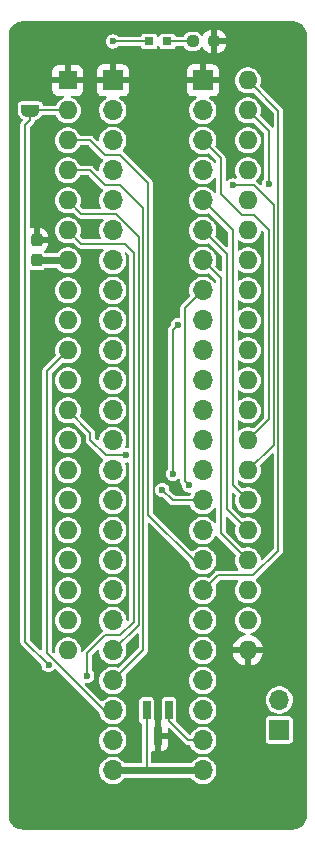
<source format=gbr>
G04 #@! TF.GenerationSoftware,KiCad,Pcbnew,7.0.11+dfsg-1build4*
G04 #@! TF.CreationDate,2024-12-04T12:47:02+09:00*
G04 #@! TF.ProjectId,bionic-mc6801,62696f6e-6963-42d6-9d63-363830312e6b,5*
G04 #@! TF.SameCoordinates,Original*
G04 #@! TF.FileFunction,Copper,L1,Top*
G04 #@! TF.FilePolarity,Positive*
%FSLAX46Y46*%
G04 Gerber Fmt 4.6, Leading zero omitted, Abs format (unit mm)*
G04 Created by KiCad (PCBNEW 7.0.11+dfsg-1build4) date 2024-12-04 12:47:02*
%MOMM*%
%LPD*%
G01*
G04 APERTURE LIST*
G04 Aperture macros list*
%AMRoundRect*
0 Rectangle with rounded corners*
0 $1 Rounding radius*
0 $2 $3 $4 $5 $6 $7 $8 $9 X,Y pos of 4 corners*
0 Add a 4 corners polygon primitive as box body*
4,1,4,$2,$3,$4,$5,$6,$7,$8,$9,$2,$3,0*
0 Add four circle primitives for the rounded corners*
1,1,$1+$1,$2,$3*
1,1,$1+$1,$4,$5*
1,1,$1+$1,$6,$7*
1,1,$1+$1,$8,$9*
0 Add four rect primitives between the rounded corners*
20,1,$1+$1,$2,$3,$4,$5,0*
20,1,$1+$1,$4,$5,$6,$7,0*
20,1,$1+$1,$6,$7,$8,$9,0*
20,1,$1+$1,$8,$9,$2,$3,0*%
%AMFreePoly0*
4,1,19,0.500000,-0.750000,0.000000,-0.750000,0.000000,-0.744911,-0.071157,-0.744911,-0.207708,-0.704816,-0.327430,-0.627875,-0.420627,-0.520320,-0.479746,-0.390866,-0.500000,-0.250000,-0.500000,0.250000,-0.479746,0.390866,-0.420627,0.520320,-0.327430,0.627875,-0.207708,0.704816,-0.071157,0.744911,0.000000,0.744911,0.000000,0.750000,0.500000,0.750000,0.500000,-0.750000,0.500000,-0.750000,
$1*%
%AMFreePoly1*
4,1,19,0.000000,0.744911,0.071157,0.744911,0.207708,0.704816,0.327430,0.627875,0.420627,0.520320,0.479746,0.390866,0.500000,0.250000,0.500000,-0.250000,0.479746,-0.390866,0.420627,-0.520320,0.327430,-0.627875,0.207708,-0.704816,0.071157,-0.744911,0.000000,-0.744911,0.000000,-0.750000,-0.500000,-0.750000,-0.500000,0.750000,0.000000,0.750000,0.000000,0.744911,0.000000,0.744911,
$1*%
G04 Aperture macros list end*
G04 #@! TA.AperFunction,ComponentPad*
%ADD10R,1.600000X1.600000*%
G04 #@! TD*
G04 #@! TA.AperFunction,ComponentPad*
%ADD11O,1.600000X1.600000*%
G04 #@! TD*
G04 #@! TA.AperFunction,SMDPad,CuDef*
%ADD12RoundRect,0.237500X-0.250000X-0.237500X0.250000X-0.237500X0.250000X0.237500X-0.250000X0.237500X0*%
G04 #@! TD*
G04 #@! TA.AperFunction,ComponentPad*
%ADD13R,1.700000X1.700000*%
G04 #@! TD*
G04 #@! TA.AperFunction,ComponentPad*
%ADD14O,1.700000X1.700000*%
G04 #@! TD*
G04 #@! TA.AperFunction,SMDPad,CuDef*
%ADD15FreePoly0,270.000000*%
G04 #@! TD*
G04 #@! TA.AperFunction,SMDPad,CuDef*
%ADD16FreePoly1,270.000000*%
G04 #@! TD*
G04 #@! TA.AperFunction,SMDPad,CuDef*
%ADD17RoundRect,0.237500X0.237500X-0.300000X0.237500X0.300000X-0.237500X0.300000X-0.237500X-0.300000X0*%
G04 #@! TD*
G04 #@! TA.AperFunction,SMDPad,CuDef*
%ADD18R,0.762000X0.711200*%
G04 #@! TD*
G04 #@! TA.AperFunction,SMDPad,CuDef*
%ADD19R,0.660400X1.625600*%
G04 #@! TD*
G04 #@! TA.AperFunction,ViaPad*
%ADD20C,0.600000*%
G04 #@! TD*
G04 #@! TA.AperFunction,Conductor*
%ADD21C,0.200000*%
G04 #@! TD*
G04 #@! TA.AperFunction,Conductor*
%ADD22C,0.600000*%
G04 #@! TD*
G04 APERTURE END LIST*
D10*
X106080000Y-75080000D03*
D11*
X106080000Y-77620000D03*
X106080000Y-80160000D03*
X106080000Y-82700000D03*
X106080000Y-85240000D03*
X106080000Y-87780000D03*
X106080000Y-90320000D03*
X106080000Y-92860000D03*
X106080000Y-95400000D03*
X106080000Y-97940000D03*
X106080000Y-100480000D03*
X106080000Y-103020000D03*
X106080000Y-105560000D03*
X106080000Y-108100000D03*
X106080000Y-110640000D03*
X106080000Y-113180000D03*
X106080000Y-115720000D03*
X106080000Y-118260000D03*
X106080000Y-120800000D03*
X106080000Y-123340000D03*
X121320000Y-123340000D03*
X121320000Y-120800000D03*
X121320000Y-118260000D03*
X121320000Y-115720000D03*
X121320000Y-113180000D03*
X121320000Y-110640000D03*
X121320000Y-108100000D03*
X121320000Y-105560000D03*
X121320000Y-103020000D03*
X121320000Y-100480000D03*
X121320000Y-97940000D03*
X121320000Y-95400000D03*
X121320000Y-92860000D03*
X121320000Y-90320000D03*
X121320000Y-87780000D03*
X121320000Y-85240000D03*
X121320000Y-82700000D03*
X121320000Y-80160000D03*
X121320000Y-77620000D03*
X121320000Y-75080000D03*
D12*
X116648300Y-71778000D03*
X118473300Y-71778000D03*
D13*
X123987000Y-130071000D03*
D14*
X123987000Y-127531000D03*
D15*
X102905000Y-76350000D03*
D16*
X102905000Y-77650000D03*
D17*
X103438400Y-90320000D03*
X103438400Y-88595000D03*
D18*
X114506450Y-71778000D03*
X112957050Y-71778000D03*
D19*
X114650001Y-128420800D03*
X112749999Y-128420800D03*
X113700000Y-130552800D03*
D14*
X117510000Y-133500000D03*
X117510000Y-130960000D03*
X117510000Y-128420000D03*
X117510000Y-125880000D03*
X117510000Y-123340000D03*
X117510000Y-120800000D03*
X117510000Y-118260000D03*
X117510000Y-115720000D03*
X117510000Y-113180000D03*
X117510000Y-110640000D03*
X117510000Y-108100000D03*
X117510000Y-105560000D03*
X117510000Y-103020000D03*
X117510000Y-100480000D03*
X117510000Y-97940000D03*
X117510000Y-95400000D03*
X117510000Y-92860000D03*
X117510000Y-90320000D03*
X117510000Y-87780000D03*
X117510000Y-85240000D03*
X117510000Y-82700000D03*
X117510000Y-80160000D03*
X117510000Y-77620000D03*
D13*
X117510000Y-75080000D03*
X109890000Y-75080000D03*
D14*
X109890000Y-77620000D03*
X109890000Y-80160000D03*
X109890000Y-82700000D03*
X109890000Y-85240000D03*
X109890000Y-87780000D03*
X109890000Y-90320000D03*
X109890000Y-92860000D03*
X109890000Y-95400000D03*
X109890000Y-97940000D03*
X109890000Y-100480000D03*
X109890000Y-103020000D03*
X109890000Y-105560000D03*
X109890000Y-108100000D03*
X109890000Y-110640000D03*
X109890000Y-113180000D03*
X109890000Y-115720000D03*
X109890000Y-118260000D03*
X109890000Y-120800000D03*
X109890000Y-123340000D03*
X109890000Y-125880000D03*
X109890000Y-128420000D03*
X109890000Y-130960000D03*
X109890000Y-133500000D03*
D20*
X103413000Y-122324000D03*
X123098000Y-108862000D03*
X113827000Y-106703000D03*
X107731000Y-125499000D03*
X104449235Y-124589765D03*
X103413000Y-92225000D03*
X109890000Y-71778000D03*
X113700000Y-132179200D03*
X107731000Y-102004000D03*
X104175000Y-127658000D03*
X122336000Y-91590000D03*
X122844000Y-111910000D03*
X103413000Y-87018000D03*
X113954000Y-122578000D03*
X116367000Y-109370000D03*
X115386000Y-95781000D03*
X114970000Y-108389000D03*
X120050000Y-83970000D03*
X123114000Y-83843000D03*
X114081000Y-109751000D03*
X111033000Y-106830000D03*
D21*
X106080000Y-80160000D02*
X107985000Y-80160000D01*
X109255000Y-81430000D02*
X110525000Y-81430000D01*
X107985000Y-80160000D02*
X109255000Y-81430000D01*
X110525000Y-81430000D02*
X112868000Y-83773000D01*
X112868000Y-83773000D02*
X112868000Y-111840000D01*
X112868000Y-111840000D02*
X116748000Y-115720000D01*
X116748000Y-115720000D02*
X117510000Y-115720000D01*
X106080000Y-82700000D02*
X107985000Y-82700000D01*
X107985000Y-82700000D02*
X109255000Y-83970000D01*
X112468000Y-123302000D02*
X109890000Y-125880000D01*
X109255000Y-83970000D02*
X110525000Y-83970000D01*
X110525000Y-83970000D02*
X112468000Y-85913000D01*
X112468000Y-85913000D02*
X112468000Y-123302000D01*
X106080000Y-85240000D02*
X107230000Y-86390000D01*
X107230000Y-86390000D02*
X110126346Y-86390000D01*
X110126346Y-86390000D02*
X112068000Y-88331654D01*
X112068000Y-88331654D02*
X112068000Y-121162000D01*
X112068000Y-121162000D02*
X109890000Y-123340000D01*
X111668000Y-114450000D02*
X111668000Y-89685000D01*
X107230000Y-88930000D02*
X106080000Y-87780000D01*
X111668000Y-89685000D02*
X110913000Y-88930000D01*
X110913000Y-88930000D02*
X107230000Y-88930000D01*
X111668000Y-114450000D02*
X111668000Y-120914673D01*
X109255000Y-122070000D02*
X107731000Y-123594000D01*
X111668000Y-120914673D02*
X110512673Y-122070000D01*
X110512673Y-122070000D02*
X109255000Y-122070000D01*
X107731000Y-123594000D02*
X107731000Y-125499000D01*
X104449235Y-124589765D02*
X102449277Y-122589807D01*
X102449277Y-122589807D02*
X102449277Y-78852723D01*
X102449277Y-78852723D02*
X102905000Y-78397000D01*
X102905000Y-78397000D02*
X102905000Y-77650000D01*
X109890000Y-128420000D02*
X109128000Y-128420000D01*
X109128000Y-128420000D02*
X104302000Y-123594000D01*
X104302000Y-123594000D02*
X104302000Y-99718000D01*
X104302000Y-99718000D02*
X106080000Y-97940000D01*
D22*
X103438400Y-90320000D02*
X106080000Y-90320000D01*
D21*
X112957050Y-71778000D02*
X109890000Y-71778000D01*
X112749999Y-128420800D02*
X112749999Y-133484801D01*
D22*
X112734800Y-133500000D02*
X109890000Y-133500000D01*
X117510000Y-133500000D02*
X112734800Y-133500000D01*
D21*
X116367000Y-109370000D02*
X115986000Y-108989000D01*
X115986000Y-108989000D02*
X115986000Y-94384000D01*
X115986000Y-94384000D02*
X117510000Y-92860000D01*
X114970000Y-96197000D02*
X115386000Y-95781000D01*
X114970000Y-108389000D02*
X114970000Y-96197000D01*
X118780000Y-116990000D02*
X121792950Y-116990000D01*
X121792950Y-116990000D02*
X123898000Y-114884950D01*
X123898000Y-114884950D02*
X123898000Y-77658000D01*
X123898000Y-77658000D02*
X121320000Y-75080000D01*
X117510000Y-118260000D02*
X118780000Y-116990000D01*
X119034000Y-91844000D02*
X117510000Y-90320000D01*
X121320000Y-115720000D02*
X119034000Y-113434000D01*
X119034000Y-113434000D02*
X119034000Y-91844000D01*
X119542000Y-111402000D02*
X121320000Y-113180000D01*
X117510000Y-87780000D02*
X119542000Y-89812000D01*
X119542000Y-89812000D02*
X119542000Y-111402000D01*
X120050000Y-87780000D02*
X117510000Y-85240000D01*
X121320000Y-110640000D02*
X120050000Y-109370000D01*
X120050000Y-109370000D02*
X120050000Y-87780000D01*
X117510000Y-82192000D02*
X117510000Y-82700000D01*
X120050000Y-83970000D02*
X121828000Y-83970000D01*
X121828000Y-83970000D02*
X123498000Y-85640000D01*
X123498000Y-105922000D02*
X121320000Y-108100000D01*
X123498000Y-85640000D02*
X123498000Y-105922000D01*
X123098000Y-103782000D02*
X123098000Y-87780000D01*
X120812000Y-86510000D02*
X119034000Y-84732000D01*
X123098000Y-87780000D02*
X121828000Y-86510000D01*
X121320000Y-105560000D02*
X123098000Y-103782000D01*
X121828000Y-86510000D02*
X120812000Y-86510000D01*
X119034000Y-84732000D02*
X119034000Y-81684000D01*
X119034000Y-81684000D02*
X117510000Y-80160000D01*
X123098000Y-79398000D02*
X121320000Y-77620000D01*
X123098000Y-83827000D02*
X123098000Y-79398000D01*
X123114000Y-83843000D02*
X123098000Y-83827000D01*
X114081000Y-109751000D02*
X114970000Y-110640000D01*
X111033000Y-106830000D02*
X109330827Y-106830000D01*
X114970000Y-110640000D02*
X117510000Y-110640000D01*
X109330827Y-106830000D02*
X107985000Y-105484173D01*
X107985000Y-104925000D02*
X106080000Y-103020000D01*
X107985000Y-105484173D02*
X107985000Y-104925000D01*
X116648300Y-71778000D02*
X114506450Y-71778000D01*
X102935000Y-77620000D02*
X102905000Y-77650000D01*
X106080000Y-77620000D02*
X102935000Y-77620000D01*
X114650001Y-129319201D02*
X116290800Y-130960000D01*
X116290800Y-130960000D02*
X117510000Y-130960000D01*
X114650001Y-128420800D02*
X114650001Y-129319201D01*
G04 #@! TA.AperFunction,Conductor*
G36*
X123443445Y-106639690D02*
G01*
X123486710Y-106682955D01*
X123497500Y-106727900D01*
X123497500Y-114678049D01*
X123478593Y-114736240D01*
X123468504Y-114748053D01*
X122580388Y-115636168D01*
X122525871Y-115663945D01*
X122465439Y-115654374D01*
X122422174Y-115611109D01*
X122411806Y-115575301D01*
X122406397Y-115516917D01*
X122350582Y-115320750D01*
X122259673Y-115138179D01*
X122136764Y-114975421D01*
X121986041Y-114838019D01*
X121812637Y-114730652D01*
X121622456Y-114656976D01*
X121622455Y-114656975D01*
X121622453Y-114656975D01*
X121421976Y-114619500D01*
X121218024Y-114619500D01*
X121017544Y-114656975D01*
X120937739Y-114687892D01*
X120876648Y-114691282D01*
X120831973Y-114665581D01*
X119463496Y-113297103D01*
X119435719Y-113242586D01*
X119434500Y-113227099D01*
X119434500Y-112099901D01*
X119453407Y-112041710D01*
X119502907Y-112005746D01*
X119564093Y-112005746D01*
X119603504Y-112029897D01*
X120262663Y-112689056D01*
X120290440Y-112743573D01*
X120287880Y-112786152D01*
X120233603Y-112976915D01*
X120233603Y-112976917D01*
X120214785Y-113180000D01*
X120233603Y-113383083D01*
X120289418Y-113579250D01*
X120380327Y-113761821D01*
X120503236Y-113924579D01*
X120653959Y-114061981D01*
X120827363Y-114169348D01*
X121017544Y-114243024D01*
X121218024Y-114280500D01*
X121421976Y-114280500D01*
X121622456Y-114243024D01*
X121812637Y-114169348D01*
X121986041Y-114061981D01*
X122136764Y-113924579D01*
X122259673Y-113761821D01*
X122350582Y-113579250D01*
X122406397Y-113383083D01*
X122425215Y-113180000D01*
X122406397Y-112976917D01*
X122350582Y-112780750D01*
X122259673Y-112598179D01*
X122136764Y-112435421D01*
X121986041Y-112298019D01*
X121812637Y-112190652D01*
X121622456Y-112116976D01*
X121622455Y-112116975D01*
X121622453Y-112116975D01*
X121421976Y-112079500D01*
X121218024Y-112079500D01*
X121017552Y-112116974D01*
X121017546Y-112116975D01*
X121017544Y-112116976D01*
X120951296Y-112142639D01*
X120937738Y-112147892D01*
X120876647Y-112151281D01*
X120831973Y-112125580D01*
X119971496Y-111265103D01*
X119943719Y-111210586D01*
X119942500Y-111195099D01*
X119942500Y-110067899D01*
X119961407Y-110009708D01*
X120010907Y-109973744D01*
X120072093Y-109973744D01*
X120111502Y-109997895D01*
X120203205Y-110089598D01*
X120262664Y-110149057D01*
X120290441Y-110203573D01*
X120287881Y-110246151D01*
X120233603Y-110436917D01*
X120214785Y-110640000D01*
X120233603Y-110843083D01*
X120289418Y-111039250D01*
X120380327Y-111221821D01*
X120503236Y-111384579D01*
X120653959Y-111521981D01*
X120827363Y-111629348D01*
X121017544Y-111703024D01*
X121218024Y-111740500D01*
X121421976Y-111740500D01*
X121622456Y-111703024D01*
X121812637Y-111629348D01*
X121986041Y-111521981D01*
X122136764Y-111384579D01*
X122259673Y-111221821D01*
X122350582Y-111039250D01*
X122406397Y-110843083D01*
X122425215Y-110640000D01*
X122406397Y-110436917D01*
X122350582Y-110240750D01*
X122259673Y-110058179D01*
X122136764Y-109895421D01*
X121986041Y-109758019D01*
X121812637Y-109650652D01*
X121622456Y-109576976D01*
X121622455Y-109576975D01*
X121622453Y-109576975D01*
X121421976Y-109539500D01*
X121218024Y-109539500D01*
X121017543Y-109576976D01*
X120937738Y-109607892D01*
X120876647Y-109611282D01*
X120831972Y-109585580D01*
X120479496Y-109233103D01*
X120451719Y-109178587D01*
X120450500Y-109163100D01*
X120450500Y-109020716D01*
X120469407Y-108962525D01*
X120518907Y-108926561D01*
X120580093Y-108926561D01*
X120616194Y-108947554D01*
X120653959Y-108981981D01*
X120827363Y-109089348D01*
X121017544Y-109163024D01*
X121218024Y-109200500D01*
X121421976Y-109200500D01*
X121622456Y-109163024D01*
X121812637Y-109089348D01*
X121986041Y-108981981D01*
X122136764Y-108844579D01*
X122259673Y-108681821D01*
X122350582Y-108499250D01*
X122406397Y-108303083D01*
X122425215Y-108100000D01*
X122406397Y-107896917D01*
X122352118Y-107706148D01*
X122354379Y-107645010D01*
X122377333Y-107609058D01*
X123328496Y-106657896D01*
X123383013Y-106630119D01*
X123443445Y-106639690D01*
G37*
G04 #@! TD.AperFunction*
G04 #@! TA.AperFunction,Conductor*
G36*
X122552505Y-87810825D02*
G01*
X122583359Y-87831752D01*
X122668503Y-87916895D01*
X122696281Y-87971411D01*
X122697500Y-87986899D01*
X122697500Y-103575098D01*
X122678593Y-103633289D01*
X122668504Y-103645102D01*
X121808025Y-104505580D01*
X121753508Y-104533357D01*
X121702259Y-104527891D01*
X121622460Y-104496977D01*
X121622447Y-104496974D01*
X121421976Y-104459500D01*
X121218024Y-104459500D01*
X121017546Y-104496975D01*
X121017541Y-104496977D01*
X120827363Y-104570652D01*
X120676449Y-104664094D01*
X120653956Y-104678021D01*
X120616195Y-104712445D01*
X120560454Y-104737675D01*
X120500528Y-104725322D01*
X120459308Y-104680106D01*
X120450500Y-104639283D01*
X120450500Y-103940716D01*
X120469407Y-103882525D01*
X120518907Y-103846561D01*
X120580093Y-103846561D01*
X120616194Y-103867554D01*
X120653959Y-103901981D01*
X120827363Y-104009348D01*
X121017544Y-104083024D01*
X121218024Y-104120500D01*
X121421976Y-104120500D01*
X121622456Y-104083024D01*
X121812637Y-104009348D01*
X121986041Y-103901981D01*
X122136764Y-103764579D01*
X122259673Y-103601821D01*
X122350582Y-103419250D01*
X122406397Y-103223083D01*
X122425215Y-103020000D01*
X122406397Y-102816917D01*
X122350582Y-102620750D01*
X122259673Y-102438179D01*
X122136764Y-102275421D01*
X121986041Y-102138019D01*
X121812637Y-102030652D01*
X121622456Y-101956976D01*
X121622455Y-101956975D01*
X121622453Y-101956975D01*
X121421976Y-101919500D01*
X121218024Y-101919500D01*
X121017546Y-101956975D01*
X120947632Y-101984059D01*
X120827363Y-102030652D01*
X120718670Y-102097952D01*
X120653956Y-102138021D01*
X120616195Y-102172445D01*
X120560454Y-102197675D01*
X120500528Y-102185322D01*
X120459308Y-102140106D01*
X120450500Y-102099283D01*
X120450500Y-101400716D01*
X120469407Y-101342525D01*
X120518907Y-101306561D01*
X120580093Y-101306561D01*
X120616194Y-101327554D01*
X120653959Y-101361981D01*
X120827363Y-101469348D01*
X121017544Y-101543024D01*
X121218024Y-101580500D01*
X121421976Y-101580500D01*
X121622456Y-101543024D01*
X121812637Y-101469348D01*
X121986041Y-101361981D01*
X122136764Y-101224579D01*
X122259673Y-101061821D01*
X122350582Y-100879250D01*
X122406397Y-100683083D01*
X122425215Y-100480000D01*
X122406397Y-100276917D01*
X122350582Y-100080750D01*
X122259673Y-99898179D01*
X122136764Y-99735421D01*
X121986041Y-99598019D01*
X121812637Y-99490652D01*
X121622456Y-99416976D01*
X121622455Y-99416975D01*
X121622453Y-99416975D01*
X121421976Y-99379500D01*
X121218024Y-99379500D01*
X121017546Y-99416975D01*
X120947632Y-99444059D01*
X120827363Y-99490652D01*
X120697270Y-99571202D01*
X120653956Y-99598021D01*
X120616195Y-99632445D01*
X120560454Y-99657675D01*
X120500528Y-99645322D01*
X120459308Y-99600106D01*
X120450500Y-99559283D01*
X120450500Y-98860716D01*
X120469407Y-98802525D01*
X120518907Y-98766561D01*
X120580093Y-98766561D01*
X120616194Y-98787554D01*
X120653959Y-98821981D01*
X120827363Y-98929348D01*
X121017544Y-99003024D01*
X121218024Y-99040500D01*
X121421976Y-99040500D01*
X121622456Y-99003024D01*
X121812637Y-98929348D01*
X121986041Y-98821981D01*
X122136764Y-98684579D01*
X122259673Y-98521821D01*
X122350582Y-98339250D01*
X122406397Y-98143083D01*
X122425215Y-97940000D01*
X122406397Y-97736917D01*
X122350582Y-97540750D01*
X122259673Y-97358179D01*
X122136764Y-97195421D01*
X121986041Y-97058019D01*
X121812637Y-96950652D01*
X121622456Y-96876976D01*
X121622455Y-96876975D01*
X121622453Y-96876975D01*
X121421976Y-96839500D01*
X121218024Y-96839500D01*
X121017546Y-96876975D01*
X120947632Y-96904059D01*
X120827363Y-96950652D01*
X120718670Y-97017952D01*
X120653956Y-97058021D01*
X120616195Y-97092445D01*
X120560454Y-97117675D01*
X120500528Y-97105322D01*
X120459308Y-97060106D01*
X120450500Y-97019283D01*
X120450500Y-96320716D01*
X120469407Y-96262525D01*
X120518907Y-96226561D01*
X120580093Y-96226561D01*
X120616194Y-96247554D01*
X120653959Y-96281981D01*
X120827363Y-96389348D01*
X121017544Y-96463024D01*
X121218024Y-96500500D01*
X121421976Y-96500500D01*
X121622456Y-96463024D01*
X121812637Y-96389348D01*
X121986041Y-96281981D01*
X122136764Y-96144579D01*
X122259673Y-95981821D01*
X122350582Y-95799250D01*
X122406397Y-95603083D01*
X122425215Y-95400000D01*
X122406397Y-95196917D01*
X122350582Y-95000750D01*
X122259673Y-94818179D01*
X122136764Y-94655421D01*
X121986041Y-94518019D01*
X121812637Y-94410652D01*
X121622456Y-94336976D01*
X121622455Y-94336975D01*
X121622453Y-94336975D01*
X121421976Y-94299500D01*
X121218024Y-94299500D01*
X121017546Y-94336975D01*
X120947632Y-94364059D01*
X120827363Y-94410652D01*
X120718670Y-94477952D01*
X120653956Y-94518021D01*
X120616195Y-94552445D01*
X120560454Y-94577675D01*
X120500528Y-94565322D01*
X120459308Y-94520106D01*
X120450500Y-94479283D01*
X120450500Y-93780716D01*
X120469407Y-93722525D01*
X120518907Y-93686561D01*
X120580093Y-93686561D01*
X120616194Y-93707554D01*
X120653959Y-93741981D01*
X120827363Y-93849348D01*
X121017544Y-93923024D01*
X121218024Y-93960500D01*
X121421976Y-93960500D01*
X121622456Y-93923024D01*
X121812637Y-93849348D01*
X121986041Y-93741981D01*
X122136764Y-93604579D01*
X122259673Y-93441821D01*
X122350582Y-93259250D01*
X122406397Y-93063083D01*
X122425215Y-92860000D01*
X122406397Y-92656917D01*
X122350582Y-92460750D01*
X122259673Y-92278179D01*
X122136764Y-92115421D01*
X121986041Y-91978019D01*
X121812637Y-91870652D01*
X121622456Y-91796976D01*
X121622455Y-91796975D01*
X121622453Y-91796975D01*
X121421976Y-91759500D01*
X121218024Y-91759500D01*
X121017546Y-91796975D01*
X120947632Y-91824059D01*
X120827363Y-91870652D01*
X120718670Y-91937952D01*
X120653956Y-91978021D01*
X120616195Y-92012445D01*
X120560454Y-92037675D01*
X120500528Y-92025322D01*
X120459308Y-91980106D01*
X120450500Y-91939283D01*
X120450500Y-91240716D01*
X120469407Y-91182525D01*
X120518907Y-91146561D01*
X120580093Y-91146561D01*
X120616194Y-91167554D01*
X120653959Y-91201981D01*
X120827363Y-91309348D01*
X121017544Y-91383024D01*
X121218024Y-91420500D01*
X121421976Y-91420500D01*
X121622456Y-91383024D01*
X121812637Y-91309348D01*
X121986041Y-91201981D01*
X122136764Y-91064579D01*
X122259673Y-90901821D01*
X122350582Y-90719250D01*
X122406397Y-90523083D01*
X122425215Y-90320000D01*
X122406397Y-90116917D01*
X122350582Y-89920750D01*
X122259673Y-89738179D01*
X122136764Y-89575421D01*
X121986041Y-89438019D01*
X121812637Y-89330652D01*
X121622456Y-89256976D01*
X121622455Y-89256975D01*
X121622453Y-89256975D01*
X121421976Y-89219500D01*
X121218024Y-89219500D01*
X121017546Y-89256975D01*
X120947632Y-89284059D01*
X120827363Y-89330652D01*
X120716520Y-89399283D01*
X120653956Y-89438021D01*
X120616195Y-89472445D01*
X120560454Y-89497675D01*
X120500528Y-89485322D01*
X120459308Y-89440106D01*
X120450500Y-89399283D01*
X120450500Y-88700716D01*
X120469407Y-88642525D01*
X120518907Y-88606561D01*
X120580093Y-88606561D01*
X120616194Y-88627554D01*
X120653959Y-88661981D01*
X120827363Y-88769348D01*
X121017544Y-88843024D01*
X121218024Y-88880500D01*
X121421976Y-88880500D01*
X121622456Y-88843024D01*
X121812637Y-88769348D01*
X121986041Y-88661981D01*
X122136764Y-88524579D01*
X122259673Y-88361821D01*
X122350582Y-88179250D01*
X122406397Y-87983083D01*
X122414779Y-87892618D01*
X122438974Y-87836424D01*
X122491580Y-87805180D01*
X122552505Y-87810825D01*
G37*
G04 #@! TD.AperFunction*
G04 #@! TA.AperFunction,Conductor*
G36*
X125133875Y-70075805D02*
G01*
X125309097Y-70089594D01*
X125324430Y-70092023D01*
X125491550Y-70132145D01*
X125506317Y-70136943D01*
X125665104Y-70202715D01*
X125678926Y-70209758D01*
X125825469Y-70299560D01*
X125838032Y-70308688D01*
X125968717Y-70420303D01*
X125979699Y-70431285D01*
X126091311Y-70561967D01*
X126100440Y-70574532D01*
X126190238Y-70721068D01*
X126197287Y-70734902D01*
X126263054Y-70893678D01*
X126267855Y-70908453D01*
X126307975Y-71075564D01*
X126310405Y-71090907D01*
X126318437Y-71192956D01*
X126323198Y-71253462D01*
X126324195Y-71266123D01*
X126324500Y-71273891D01*
X126324500Y-137306108D01*
X126324195Y-137313876D01*
X126310405Y-137489092D01*
X126307975Y-137504435D01*
X126267855Y-137671546D01*
X126263054Y-137686321D01*
X126197287Y-137845097D01*
X126190234Y-137858939D01*
X126100442Y-138005465D01*
X126091311Y-138018032D01*
X125979699Y-138148714D01*
X125968714Y-138159699D01*
X125838032Y-138271311D01*
X125825465Y-138280442D01*
X125678939Y-138370234D01*
X125665097Y-138377287D01*
X125506321Y-138443054D01*
X125491546Y-138447855D01*
X125324435Y-138487975D01*
X125309092Y-138490405D01*
X125149743Y-138502946D01*
X125133874Y-138504195D01*
X125126108Y-138504500D01*
X102273892Y-138504500D01*
X102266125Y-138504195D01*
X102247014Y-138502691D01*
X102090907Y-138490405D01*
X102075564Y-138487975D01*
X101908453Y-138447855D01*
X101893678Y-138443054D01*
X101734902Y-138377287D01*
X101721068Y-138370238D01*
X101574532Y-138280440D01*
X101561967Y-138271311D01*
X101462706Y-138186535D01*
X101431282Y-138159696D01*
X101420303Y-138148717D01*
X101308688Y-138018032D01*
X101299560Y-138005469D01*
X101209758Y-137858926D01*
X101202715Y-137845104D01*
X101136943Y-137686317D01*
X101132144Y-137671546D01*
X101092024Y-137504435D01*
X101089594Y-137489097D01*
X101075805Y-137313875D01*
X101075500Y-137306108D01*
X101075500Y-133500000D01*
X108734571Y-133500000D01*
X108754244Y-133712311D01*
X108812596Y-133917391D01*
X108903772Y-134100500D01*
X108907634Y-134108255D01*
X109036128Y-134278407D01*
X109036135Y-134278413D01*
X109193692Y-134422047D01*
X109193699Y-134422053D01*
X109297389Y-134486255D01*
X109374981Y-134534298D01*
X109573802Y-134611321D01*
X109783390Y-134650500D01*
X109996610Y-134650500D01*
X110206198Y-134611321D01*
X110405019Y-134534298D01*
X110586302Y-134422052D01*
X110743872Y-134278407D01*
X110848515Y-134139838D01*
X110898671Y-134104796D01*
X110927518Y-134100500D01*
X112695439Y-134100500D01*
X116472482Y-134100500D01*
X116530673Y-134119407D01*
X116551483Y-134139836D01*
X116656128Y-134278407D01*
X116656135Y-134278413D01*
X116813692Y-134422047D01*
X116813699Y-134422053D01*
X116917389Y-134486255D01*
X116994981Y-134534298D01*
X117193802Y-134611321D01*
X117403390Y-134650500D01*
X117616610Y-134650500D01*
X117826198Y-134611321D01*
X118025019Y-134534298D01*
X118206302Y-134422052D01*
X118363872Y-134278407D01*
X118492366Y-134108255D01*
X118587405Y-133917389D01*
X118645756Y-133712310D01*
X118665429Y-133500000D01*
X118645756Y-133287690D01*
X118587405Y-133082611D01*
X118492366Y-132891745D01*
X118363872Y-132721593D01*
X118309623Y-132672139D01*
X118206307Y-132577952D01*
X118206300Y-132577946D01*
X118025024Y-132465705D01*
X118025019Y-132465702D01*
X117826195Y-132388678D01*
X117616610Y-132349500D01*
X117403390Y-132349500D01*
X117193804Y-132388678D01*
X116994980Y-132465702D01*
X116994975Y-132465705D01*
X116813699Y-132577946D01*
X116813692Y-132577952D01*
X116656135Y-132721586D01*
X116656131Y-132721589D01*
X116656128Y-132721593D01*
X116551484Y-132860161D01*
X116501329Y-132895204D01*
X116472482Y-132899500D01*
X113249499Y-132899500D01*
X113191308Y-132880593D01*
X113155344Y-132831093D01*
X113150499Y-132800500D01*
X113150499Y-131957379D01*
X113169406Y-131899188D01*
X113218906Y-131863224D01*
X113260081Y-131858946D01*
X113321976Y-131865600D01*
X113449999Y-131865600D01*
X113450000Y-131865599D01*
X113950000Y-131865599D01*
X113950001Y-131865600D01*
X114078024Y-131865600D01*
X114137570Y-131859198D01*
X114137581Y-131859196D01*
X114272288Y-131808953D01*
X114272290Y-131808952D01*
X114387384Y-131722792D01*
X114387392Y-131722784D01*
X114473552Y-131607690D01*
X114473553Y-131607688D01*
X114523796Y-131472981D01*
X114523798Y-131472970D01*
X114530200Y-131413424D01*
X114530200Y-130802801D01*
X114530199Y-130802800D01*
X113950001Y-130802800D01*
X113950000Y-130802801D01*
X113950000Y-131865599D01*
X113450000Y-131865599D01*
X113450000Y-130302799D01*
X113950000Y-130302799D01*
X113950001Y-130302800D01*
X114530199Y-130302800D01*
X114530200Y-130302799D01*
X114530200Y-130004800D01*
X114549107Y-129946609D01*
X114598607Y-129910645D01*
X114659793Y-129910645D01*
X114699201Y-129934794D01*
X115962750Y-131198342D01*
X115962749Y-131198342D01*
X116052457Y-131288049D01*
X116052458Y-131288050D01*
X116073949Y-131299000D01*
X116087195Y-131307117D01*
X116106710Y-131321296D01*
X116106712Y-131321296D01*
X116106713Y-131321297D01*
X116129652Y-131328750D01*
X116143995Y-131334690D01*
X116165496Y-131345646D01*
X116189324Y-131349419D01*
X116204433Y-131353047D01*
X116212994Y-131355828D01*
X116227367Y-131360499D01*
X116255179Y-131360499D01*
X116255203Y-131360500D01*
X116259281Y-131360500D01*
X116362887Y-131360500D01*
X116421078Y-131379407D01*
X116451508Y-131415372D01*
X116527634Y-131568255D01*
X116656128Y-131738407D01*
X116656135Y-131738413D01*
X116813692Y-131882047D01*
X116813699Y-131882053D01*
X116917389Y-131946255D01*
X116994981Y-131994298D01*
X117193802Y-132071321D01*
X117403390Y-132110500D01*
X117616610Y-132110500D01*
X117826198Y-132071321D01*
X118025019Y-131994298D01*
X118206302Y-131882052D01*
X118363872Y-131738407D01*
X118492366Y-131568255D01*
X118587405Y-131377389D01*
X118645756Y-131172310D01*
X118664886Y-130965860D01*
X122836500Y-130965860D01*
X122836501Y-130965863D01*
X122839414Y-130990990D01*
X122864756Y-131048385D01*
X122884794Y-131093765D01*
X122964235Y-131173206D01*
X123067009Y-131218585D01*
X123092135Y-131221500D01*
X124881864Y-131221499D01*
X124906991Y-131218585D01*
X125009765Y-131173206D01*
X125089206Y-131093765D01*
X125134585Y-130990991D01*
X125137500Y-130965865D01*
X125137499Y-129176136D01*
X125134585Y-129151009D01*
X125089206Y-129048235D01*
X125009765Y-128968794D01*
X124906991Y-128923415D01*
X124906990Y-128923414D01*
X124906988Y-128923414D01*
X124881868Y-128920500D01*
X123092139Y-128920500D01*
X123092136Y-128920501D01*
X123067009Y-128923414D01*
X122964235Y-128968794D01*
X122884794Y-129048235D01*
X122839414Y-129151011D01*
X122836500Y-129176130D01*
X122836500Y-130965860D01*
X118664886Y-130965860D01*
X118665429Y-130960000D01*
X118645756Y-130747690D01*
X118587405Y-130542611D01*
X118492366Y-130351745D01*
X118363872Y-130181593D01*
X118309623Y-130132139D01*
X118206307Y-130037952D01*
X118206300Y-130037946D01*
X118025024Y-129925705D01*
X118025019Y-129925702D01*
X117826195Y-129848678D01*
X117616610Y-129809500D01*
X117403390Y-129809500D01*
X117193804Y-129848678D01*
X116994980Y-129925702D01*
X116994975Y-129925705D01*
X116813699Y-130037946D01*
X116813692Y-130037952D01*
X116656135Y-130181586D01*
X116656119Y-130181603D01*
X116527641Y-130351733D01*
X116527632Y-130351748D01*
X116496322Y-130414628D01*
X116453459Y-130458291D01*
X116393118Y-130468420D01*
X116338347Y-130441147D01*
X116337697Y-130440504D01*
X115301912Y-129404719D01*
X115274135Y-129350202D01*
X115276390Y-129308720D01*
X115277783Y-129303595D01*
X115277786Y-129303591D01*
X115280701Y-129278465D01*
X115280700Y-128420000D01*
X116354571Y-128420000D01*
X116368034Y-128565298D01*
X116374244Y-128632310D01*
X116432595Y-128837389D01*
X116527634Y-129028255D01*
X116656128Y-129198407D01*
X116701754Y-129240001D01*
X116813692Y-129342047D01*
X116813699Y-129342053D01*
X116837851Y-129357007D01*
X116994981Y-129454298D01*
X117193802Y-129531321D01*
X117403390Y-129570500D01*
X117616610Y-129570500D01*
X117826198Y-129531321D01*
X118025019Y-129454298D01*
X118206302Y-129342052D01*
X118363872Y-129198407D01*
X118492366Y-129028255D01*
X118587405Y-128837389D01*
X118645756Y-128632310D01*
X118665429Y-128420000D01*
X118645756Y-128207690D01*
X118587405Y-128002611D01*
X118492366Y-127811745D01*
X118363872Y-127641593D01*
X118277813Y-127563139D01*
X118242559Y-127531000D01*
X122831571Y-127531000D01*
X122851244Y-127743310D01*
X122909595Y-127948389D01*
X123004634Y-128139255D01*
X123133128Y-128309407D01*
X123133135Y-128309413D01*
X123290692Y-128453047D01*
X123290699Y-128453053D01*
X123394389Y-128517255D01*
X123471981Y-128565298D01*
X123670802Y-128642321D01*
X123880390Y-128681500D01*
X124093610Y-128681500D01*
X124303198Y-128642321D01*
X124502019Y-128565298D01*
X124683302Y-128453052D01*
X124840872Y-128309407D01*
X124969366Y-128139255D01*
X125064405Y-127948389D01*
X125122756Y-127743310D01*
X125142429Y-127531000D01*
X125122756Y-127318690D01*
X125064405Y-127113611D01*
X124969366Y-126922745D01*
X124840872Y-126752593D01*
X124737550Y-126658402D01*
X124683307Y-126608952D01*
X124683300Y-126608946D01*
X124502024Y-126496705D01*
X124502019Y-126496702D01*
X124303195Y-126419678D01*
X124093610Y-126380500D01*
X123880390Y-126380500D01*
X123670804Y-126419678D01*
X123471980Y-126496702D01*
X123471975Y-126496705D01*
X123290699Y-126608946D01*
X123290692Y-126608952D01*
X123133135Y-126752586D01*
X123133131Y-126752589D01*
X123133128Y-126752593D01*
X123133125Y-126752597D01*
X123004635Y-126922743D01*
X123004630Y-126922752D01*
X122909596Y-127113608D01*
X122851244Y-127318688D01*
X122845034Y-127385705D01*
X122831571Y-127531000D01*
X118242559Y-127531000D01*
X118206307Y-127497952D01*
X118206300Y-127497946D01*
X118025024Y-127385705D01*
X118025019Y-127385702D01*
X117947817Y-127355794D01*
X117826198Y-127308679D01*
X117826197Y-127308678D01*
X117826195Y-127308678D01*
X117616610Y-127269500D01*
X117403390Y-127269500D01*
X117193804Y-127308678D01*
X116994980Y-127385702D01*
X116994975Y-127385705D01*
X116813699Y-127497946D01*
X116813692Y-127497952D01*
X116656135Y-127641586D01*
X116656131Y-127641589D01*
X116656128Y-127641593D01*
X116656125Y-127641597D01*
X116527635Y-127811743D01*
X116527630Y-127811752D01*
X116432596Y-128002608D01*
X116374244Y-128207688D01*
X116354571Y-128420000D01*
X115280700Y-128420000D01*
X115280700Y-127563136D01*
X115277786Y-127538009D01*
X115232407Y-127435235D01*
X115152966Y-127355794D01*
X115050192Y-127310415D01*
X115050191Y-127310414D01*
X115050189Y-127310414D01*
X115025069Y-127307500D01*
X114274940Y-127307500D01*
X114274937Y-127307501D01*
X114249810Y-127310414D01*
X114147036Y-127355794D01*
X114067595Y-127435235D01*
X114022215Y-127538011D01*
X114019301Y-127563130D01*
X114019301Y-127563132D01*
X114019301Y-127563135D01*
X114019301Y-128420000D01*
X114019302Y-129141000D01*
X114000395Y-129199191D01*
X113965343Y-129224657D01*
X113950000Y-129240001D01*
X113950000Y-130302799D01*
X113450000Y-130302799D01*
X113450000Y-129240001D01*
X113435704Y-129225705D01*
X113421508Y-129221093D01*
X113385544Y-129171593D01*
X113380699Y-129141000D01*
X113380698Y-127563139D01*
X113380698Y-127563136D01*
X113377784Y-127538009D01*
X113332405Y-127435235D01*
X113252964Y-127355794D01*
X113150190Y-127310415D01*
X113150189Y-127310414D01*
X113150187Y-127310414D01*
X113125067Y-127307500D01*
X112374938Y-127307500D01*
X112374935Y-127307501D01*
X112349808Y-127310414D01*
X112247034Y-127355794D01*
X112167593Y-127435235D01*
X112122213Y-127538011D01*
X112119299Y-127563130D01*
X112119299Y-129278460D01*
X112119300Y-129278463D01*
X112122213Y-129303590D01*
X112142795Y-129350202D01*
X112167593Y-129406365D01*
X112247034Y-129485806D01*
X112290487Y-129504992D01*
X112336082Y-129545791D01*
X112349499Y-129595556D01*
X112349499Y-132800500D01*
X112330592Y-132858691D01*
X112281092Y-132894655D01*
X112250499Y-132899500D01*
X110927518Y-132899500D01*
X110869327Y-132880593D01*
X110848516Y-132860163D01*
X110743872Y-132721593D01*
X110689623Y-132672139D01*
X110586307Y-132577952D01*
X110586300Y-132577946D01*
X110405024Y-132465705D01*
X110405019Y-132465702D01*
X110206195Y-132388678D01*
X109996610Y-132349500D01*
X109783390Y-132349500D01*
X109573804Y-132388678D01*
X109374980Y-132465702D01*
X109374975Y-132465705D01*
X109193699Y-132577946D01*
X109193692Y-132577952D01*
X109036135Y-132721586D01*
X109036131Y-132721589D01*
X109036128Y-132721593D01*
X109036125Y-132721597D01*
X108907635Y-132891743D01*
X108907630Y-132891752D01*
X108812596Y-133082608D01*
X108754244Y-133287688D01*
X108734571Y-133500000D01*
X101075500Y-133500000D01*
X101075500Y-130960000D01*
X108734571Y-130960000D01*
X108754244Y-131172311D01*
X108768239Y-131221498D01*
X108812595Y-131377389D01*
X108907634Y-131568255D01*
X109036128Y-131738407D01*
X109036135Y-131738413D01*
X109193692Y-131882047D01*
X109193699Y-131882053D01*
X109297389Y-131946255D01*
X109374981Y-131994298D01*
X109573802Y-132071321D01*
X109783390Y-132110500D01*
X109996610Y-132110500D01*
X110206198Y-132071321D01*
X110405019Y-131994298D01*
X110586302Y-131882052D01*
X110743872Y-131738407D01*
X110872366Y-131568255D01*
X110967405Y-131377389D01*
X111025756Y-131172310D01*
X111045429Y-130960000D01*
X111025756Y-130747690D01*
X110967405Y-130542611D01*
X110872366Y-130351745D01*
X110743872Y-130181593D01*
X110689623Y-130132139D01*
X110586307Y-130037952D01*
X110586300Y-130037946D01*
X110405024Y-129925705D01*
X110405019Y-129925702D01*
X110206195Y-129848678D01*
X109996610Y-129809500D01*
X109783390Y-129809500D01*
X109573804Y-129848678D01*
X109374980Y-129925702D01*
X109374975Y-129925705D01*
X109193699Y-130037946D01*
X109193692Y-130037952D01*
X109036135Y-130181586D01*
X109036131Y-130181589D01*
X109036128Y-130181593D01*
X109036125Y-130181597D01*
X108907635Y-130351743D01*
X108907630Y-130351752D01*
X108812596Y-130542608D01*
X108754244Y-130747688D01*
X108734571Y-130960000D01*
X101075500Y-130960000D01*
X101075500Y-77721893D01*
X101849295Y-77721893D01*
X101861677Y-77808013D01*
X101861678Y-77808017D01*
X101873833Y-77849414D01*
X101902185Y-77945971D01*
X101935650Y-78019250D01*
X101938332Y-78025122D01*
X101938336Y-78025129D01*
X102016057Y-78146066D01*
X102016066Y-78146078D01*
X102073037Y-78211826D01*
X102073046Y-78211836D01*
X102073053Y-78211842D01*
X102073055Y-78211844D01*
X102181701Y-78305986D01*
X102181704Y-78305988D01*
X102181706Y-78305989D01*
X102181707Y-78305990D01*
X102229276Y-78336560D01*
X102268007Y-78383926D01*
X102271501Y-78445012D01*
X102245757Y-78489848D01*
X102143798Y-78591807D01*
X102143792Y-78591815D01*
X102121227Y-78614381D01*
X102121225Y-78614383D01*
X102110274Y-78635874D01*
X102102164Y-78649108D01*
X102087983Y-78668629D01*
X102087978Y-78668638D01*
X102080526Y-78691575D01*
X102074582Y-78705925D01*
X102063632Y-78727414D01*
X102063629Y-78727424D01*
X102059854Y-78751252D01*
X102056230Y-78766347D01*
X102048778Y-78789285D01*
X102048777Y-78789292D01*
X102048777Y-122653244D01*
X102056230Y-122676181D01*
X102059856Y-122691281D01*
X102063631Y-122715113D01*
X102074578Y-122736595D01*
X102080524Y-122750949D01*
X102087980Y-122773895D01*
X102087979Y-122773895D01*
X102102161Y-122793415D01*
X102110274Y-122806654D01*
X102121227Y-122828149D01*
X102121228Y-122828150D01*
X102141307Y-122848230D01*
X102141308Y-122848230D01*
X102143790Y-122850712D01*
X102143793Y-122850716D01*
X103814558Y-124521481D01*
X103842334Y-124575996D01*
X103843216Y-124587212D01*
X103864190Y-124746523D01*
X103864192Y-124746531D01*
X103924697Y-124892603D01*
X103924697Y-124892604D01*
X104020948Y-125018041D01*
X104020953Y-125018047D01*
X104146394Y-125114301D01*
X104292473Y-125174809D01*
X104410044Y-125190287D01*
X104449234Y-125195447D01*
X104449235Y-125195447D01*
X104449236Y-125195447D01*
X104480587Y-125191319D01*
X104605997Y-125174809D01*
X104752076Y-125114301D01*
X104877517Y-125018047D01*
X104931291Y-124947966D01*
X104981715Y-124913311D01*
X105042880Y-124914912D01*
X105079837Y-124938230D01*
X108728240Y-128586633D01*
X108753457Y-128629544D01*
X108754243Y-128632309D01*
X108754244Y-128632310D01*
X108812595Y-128837389D01*
X108907634Y-129028255D01*
X109036128Y-129198407D01*
X109081754Y-129240001D01*
X109193692Y-129342047D01*
X109193699Y-129342053D01*
X109217851Y-129357007D01*
X109374981Y-129454298D01*
X109573802Y-129531321D01*
X109783390Y-129570500D01*
X109996610Y-129570500D01*
X110206198Y-129531321D01*
X110405019Y-129454298D01*
X110586302Y-129342052D01*
X110743872Y-129198407D01*
X110872366Y-129028255D01*
X110967405Y-128837389D01*
X111025756Y-128632310D01*
X111045429Y-128420000D01*
X111025756Y-128207690D01*
X110967405Y-128002611D01*
X110872366Y-127811745D01*
X110743872Y-127641593D01*
X110657813Y-127563139D01*
X110586307Y-127497952D01*
X110586300Y-127497946D01*
X110405024Y-127385705D01*
X110405019Y-127385702D01*
X110327817Y-127355794D01*
X110206198Y-127308679D01*
X110206197Y-127308678D01*
X110206195Y-127308678D01*
X109996610Y-127269500D01*
X109783390Y-127269500D01*
X109573804Y-127308678D01*
X109374980Y-127385702D01*
X109374975Y-127385705D01*
X109193699Y-127497946D01*
X109193698Y-127497947D01*
X109122187Y-127563139D01*
X109043136Y-127635203D01*
X108987397Y-127660433D01*
X108927471Y-127648081D01*
X108906438Y-127632045D01*
X107531943Y-126257550D01*
X107504166Y-126203033D01*
X107513737Y-126142601D01*
X107557002Y-126099336D01*
X107614868Y-126089393D01*
X107675620Y-126097391D01*
X107730999Y-126104682D01*
X107731000Y-126104682D01*
X107731001Y-126104682D01*
X107771607Y-126099336D01*
X107887762Y-126084044D01*
X108033841Y-126023536D01*
X108159282Y-125927282D01*
X108255536Y-125801841D01*
X108316044Y-125655762D01*
X108336682Y-125499000D01*
X108316044Y-125342238D01*
X108255537Y-125196161D01*
X108255537Y-125196160D01*
X108155332Y-125065570D01*
X108156713Y-125064509D01*
X108132719Y-125017416D01*
X108131500Y-125001929D01*
X108131500Y-123800900D01*
X108150407Y-123742709D01*
X108160496Y-123730897D01*
X108569913Y-123321479D01*
X108624430Y-123293701D01*
X108684862Y-123303272D01*
X108728127Y-123346537D01*
X108738494Y-123382346D01*
X108741633Y-123416209D01*
X108754244Y-123552311D01*
X108757639Y-123564243D01*
X108812595Y-123757389D01*
X108907634Y-123948255D01*
X109036128Y-124118407D01*
X109036135Y-124118413D01*
X109193692Y-124262047D01*
X109193699Y-124262053D01*
X109297389Y-124326255D01*
X109374981Y-124374298D01*
X109573802Y-124451321D01*
X109783390Y-124490500D01*
X109996610Y-124490500D01*
X110206198Y-124451321D01*
X110405019Y-124374298D01*
X110586302Y-124262052D01*
X110743872Y-124118407D01*
X110872366Y-123948255D01*
X110967405Y-123757389D01*
X111025756Y-123552310D01*
X111045429Y-123340000D01*
X111025756Y-123127690D01*
X110967405Y-122922611D01*
X110967401Y-122922604D01*
X110965752Y-122918344D01*
X110967132Y-122917809D01*
X110959019Y-122863364D01*
X110986648Y-122809743D01*
X111898496Y-121897896D01*
X111953013Y-121870119D01*
X112013445Y-121879690D01*
X112056710Y-121922955D01*
X112067500Y-121967900D01*
X112067500Y-123095098D01*
X112048593Y-123153289D01*
X112038504Y-123165102D01*
X110416673Y-124786932D01*
X110362156Y-124814709D01*
X110310907Y-124809243D01*
X110206198Y-124768679D01*
X110206197Y-124768678D01*
X110206195Y-124768678D01*
X109996610Y-124729500D01*
X109783390Y-124729500D01*
X109573804Y-124768678D01*
X109374980Y-124845702D01*
X109374975Y-124845705D01*
X109193699Y-124957946D01*
X109193692Y-124957952D01*
X109036135Y-125101586D01*
X109036131Y-125101589D01*
X109036128Y-125101593D01*
X109036125Y-125101597D01*
X108907635Y-125271743D01*
X108907630Y-125271752D01*
X108812596Y-125462608D01*
X108754244Y-125667688D01*
X108741813Y-125801841D01*
X108734571Y-125880000D01*
X108754244Y-126092310D01*
X108812595Y-126297389D01*
X108907634Y-126488255D01*
X109036128Y-126658407D01*
X109036135Y-126658413D01*
X109193692Y-126802047D01*
X109193699Y-126802053D01*
X109297389Y-126866255D01*
X109374981Y-126914298D01*
X109573802Y-126991321D01*
X109783390Y-127030500D01*
X109996610Y-127030500D01*
X110206198Y-126991321D01*
X110405019Y-126914298D01*
X110586302Y-126802052D01*
X110743872Y-126658407D01*
X110872366Y-126488255D01*
X110967405Y-126297389D01*
X111025756Y-126092310D01*
X111045429Y-125880000D01*
X116354571Y-125880000D01*
X116374244Y-126092310D01*
X116432595Y-126297389D01*
X116527634Y-126488255D01*
X116656128Y-126658407D01*
X116656135Y-126658413D01*
X116813692Y-126802047D01*
X116813699Y-126802053D01*
X116917389Y-126866255D01*
X116994981Y-126914298D01*
X117193802Y-126991321D01*
X117403390Y-127030500D01*
X117616610Y-127030500D01*
X117826198Y-126991321D01*
X118025019Y-126914298D01*
X118206302Y-126802052D01*
X118363872Y-126658407D01*
X118492366Y-126488255D01*
X118587405Y-126297389D01*
X118645756Y-126092310D01*
X118665429Y-125880000D01*
X118645756Y-125667690D01*
X118587405Y-125462611D01*
X118492366Y-125271745D01*
X118363872Y-125101593D01*
X118306619Y-125049400D01*
X118206307Y-124957952D01*
X118206300Y-124957946D01*
X118025024Y-124845705D01*
X118025019Y-124845702D01*
X117945016Y-124814709D01*
X117826198Y-124768679D01*
X117826197Y-124768678D01*
X117826195Y-124768678D01*
X117616610Y-124729500D01*
X117403390Y-124729500D01*
X117193804Y-124768678D01*
X116994980Y-124845702D01*
X116994975Y-124845705D01*
X116813699Y-124957946D01*
X116813692Y-124957952D01*
X116656135Y-125101586D01*
X116656131Y-125101589D01*
X116656128Y-125101593D01*
X116656125Y-125101597D01*
X116527635Y-125271743D01*
X116527630Y-125271752D01*
X116432596Y-125462608D01*
X116374244Y-125667688D01*
X116361813Y-125801841D01*
X116354571Y-125880000D01*
X111045429Y-125880000D01*
X111025756Y-125667690D01*
X110967405Y-125462611D01*
X110967401Y-125462604D01*
X110965752Y-125458344D01*
X110967132Y-125457809D01*
X110959019Y-125403364D01*
X110986648Y-125349743D01*
X112773484Y-123562909D01*
X112773485Y-123562906D01*
X112779127Y-123557265D01*
X112779129Y-123557261D01*
X112796050Y-123540342D01*
X112807001Y-123518847D01*
X112815111Y-123505613D01*
X112829297Y-123486089D01*
X112836750Y-123463146D01*
X112842692Y-123448800D01*
X112853646Y-123427304D01*
X112857421Y-123403467D01*
X112861045Y-123388376D01*
X112861460Y-123387099D01*
X112868500Y-123365433D01*
X112868500Y-123340000D01*
X116354571Y-123340000D01*
X116374244Y-123552311D01*
X116377639Y-123564243D01*
X116432595Y-123757389D01*
X116527634Y-123948255D01*
X116656128Y-124118407D01*
X116656135Y-124118413D01*
X116813692Y-124262047D01*
X116813699Y-124262053D01*
X116917389Y-124326255D01*
X116994981Y-124374298D01*
X117193802Y-124451321D01*
X117403390Y-124490500D01*
X117616610Y-124490500D01*
X117826198Y-124451321D01*
X118025019Y-124374298D01*
X118206302Y-124262052D01*
X118363872Y-124118407D01*
X118492366Y-123948255D01*
X118587405Y-123757389D01*
X118635032Y-123590000D01*
X120041128Y-123590000D01*
X120093733Y-123786323D01*
X120189865Y-123992481D01*
X120320334Y-124178811D01*
X120481188Y-124339665D01*
X120667518Y-124470134D01*
X120873676Y-124566266D01*
X121070000Y-124618872D01*
X121070000Y-123655686D01*
X121081955Y-123667641D01*
X121194852Y-123725165D01*
X121288519Y-123740000D01*
X121351481Y-123740000D01*
X121445148Y-123725165D01*
X121558045Y-123667641D01*
X121570000Y-123655686D01*
X121570000Y-124618871D01*
X121766323Y-124566266D01*
X121972481Y-124470134D01*
X122158811Y-124339665D01*
X122319665Y-124178811D01*
X122450134Y-123992481D01*
X122546266Y-123786323D01*
X122598872Y-123590000D01*
X121635686Y-123590000D01*
X121647641Y-123578045D01*
X121705165Y-123465148D01*
X121724986Y-123340000D01*
X121705165Y-123214852D01*
X121647641Y-123101955D01*
X121635686Y-123090000D01*
X122598872Y-123090000D01*
X122546266Y-122893676D01*
X122450134Y-122687518D01*
X122319665Y-122501188D01*
X122158811Y-122340334D01*
X121972481Y-122209865D01*
X121766323Y-122113733D01*
X121577151Y-122063044D01*
X121525836Y-122029720D01*
X121503910Y-121972598D01*
X121519746Y-121913498D01*
X121567296Y-121874992D01*
X121584568Y-121870106D01*
X121622456Y-121863024D01*
X121812637Y-121789348D01*
X121986041Y-121681981D01*
X122136764Y-121544579D01*
X122259673Y-121381821D01*
X122350582Y-121199250D01*
X122406397Y-121003083D01*
X122425215Y-120800000D01*
X122406397Y-120596917D01*
X122350582Y-120400750D01*
X122259673Y-120218179D01*
X122136764Y-120055421D01*
X121986041Y-119918019D01*
X121812637Y-119810652D01*
X121622456Y-119736976D01*
X121622455Y-119736975D01*
X121622453Y-119736975D01*
X121421976Y-119699500D01*
X121218024Y-119699500D01*
X121017546Y-119736975D01*
X120947632Y-119764059D01*
X120827363Y-119810652D01*
X120718676Y-119877948D01*
X120653959Y-119918019D01*
X120503237Y-120055420D01*
X120380328Y-120218177D01*
X120380323Y-120218186D01*
X120298450Y-120382611D01*
X120289418Y-120400750D01*
X120233603Y-120596917D01*
X120214785Y-120800000D01*
X120233603Y-121003083D01*
X120289418Y-121199250D01*
X120380327Y-121381821D01*
X120503236Y-121544579D01*
X120653959Y-121681981D01*
X120827363Y-121789348D01*
X121017544Y-121863024D01*
X121055418Y-121870103D01*
X121109141Y-121899380D01*
X121135398Y-121954645D01*
X121124156Y-122014789D01*
X121079709Y-122056838D01*
X121062848Y-122063044D01*
X120873676Y-122113733D01*
X120667518Y-122209865D01*
X120481188Y-122340334D01*
X120320334Y-122501188D01*
X120189865Y-122687518D01*
X120093733Y-122893676D01*
X120041128Y-123090000D01*
X121004314Y-123090000D01*
X120992359Y-123101955D01*
X120934835Y-123214852D01*
X120915014Y-123340000D01*
X120934835Y-123465148D01*
X120992359Y-123578045D01*
X121004314Y-123590000D01*
X120041128Y-123590000D01*
X118635032Y-123590000D01*
X118645756Y-123552310D01*
X118665429Y-123340000D01*
X118645756Y-123127690D01*
X118587405Y-122922611D01*
X118492366Y-122731745D01*
X118363872Y-122561593D01*
X118297611Y-122501188D01*
X118206307Y-122417952D01*
X118206300Y-122417946D01*
X118025024Y-122305705D01*
X118025019Y-122305702D01*
X117826195Y-122228678D01*
X117616610Y-122189500D01*
X117403390Y-122189500D01*
X117193804Y-122228678D01*
X116994980Y-122305702D01*
X116994975Y-122305705D01*
X116813699Y-122417946D01*
X116813692Y-122417952D01*
X116656135Y-122561586D01*
X116656131Y-122561589D01*
X116656128Y-122561593D01*
X116656125Y-122561597D01*
X116527635Y-122731743D01*
X116527630Y-122731752D01*
X116432596Y-122922608D01*
X116374244Y-123127688D01*
X116354571Y-123340000D01*
X112868500Y-123340000D01*
X112868500Y-123238567D01*
X112868500Y-120800000D01*
X116354571Y-120800000D01*
X116374244Y-121012310D01*
X116432595Y-121217389D01*
X116527634Y-121408255D01*
X116656128Y-121578407D01*
X116659850Y-121581800D01*
X116813692Y-121722047D01*
X116813699Y-121722053D01*
X116882281Y-121764517D01*
X116994981Y-121834298D01*
X117193802Y-121911321D01*
X117403390Y-121950500D01*
X117616610Y-121950500D01*
X117826198Y-121911321D01*
X118025019Y-121834298D01*
X118206302Y-121722052D01*
X118363872Y-121578407D01*
X118492366Y-121408255D01*
X118587405Y-121217389D01*
X118645756Y-121012310D01*
X118665429Y-120800000D01*
X118645756Y-120587690D01*
X118587405Y-120382611D01*
X118492366Y-120191745D01*
X118363872Y-120021593D01*
X118309623Y-119972139D01*
X118206307Y-119877952D01*
X118206300Y-119877946D01*
X118025024Y-119765705D01*
X118025019Y-119765702D01*
X117826195Y-119688678D01*
X117616610Y-119649500D01*
X117403390Y-119649500D01*
X117193804Y-119688678D01*
X116994980Y-119765702D01*
X116994975Y-119765705D01*
X116813699Y-119877946D01*
X116813692Y-119877952D01*
X116656135Y-120021586D01*
X116656131Y-120021589D01*
X116656128Y-120021593D01*
X116656125Y-120021597D01*
X116527635Y-120191743D01*
X116527630Y-120191752D01*
X116432596Y-120382608D01*
X116374244Y-120587688D01*
X116359317Y-120748780D01*
X116354571Y-120800000D01*
X112868500Y-120800000D01*
X112868500Y-112645901D01*
X112887407Y-112587710D01*
X112936907Y-112551746D01*
X112998093Y-112551746D01*
X113037504Y-112575897D01*
X116348240Y-115886633D01*
X116373457Y-115929544D01*
X116374243Y-115932309D01*
X116374244Y-115932310D01*
X116432595Y-116137389D01*
X116527634Y-116328255D01*
X116656128Y-116498407D01*
X116656135Y-116498413D01*
X116813692Y-116642047D01*
X116813699Y-116642053D01*
X116882281Y-116684517D01*
X116994981Y-116754298D01*
X117193802Y-116831321D01*
X117403390Y-116870500D01*
X117616610Y-116870500D01*
X117826198Y-116831321D01*
X118025019Y-116754298D01*
X118206302Y-116642052D01*
X118363872Y-116498407D01*
X118492366Y-116328255D01*
X118587405Y-116137389D01*
X118645756Y-115932310D01*
X118665429Y-115720000D01*
X118645756Y-115507690D01*
X118587405Y-115302611D01*
X118492366Y-115111745D01*
X118363872Y-114941593D01*
X118309623Y-114892139D01*
X118206307Y-114797952D01*
X118206300Y-114797946D01*
X118025024Y-114685705D01*
X118025019Y-114685702D01*
X117826195Y-114608678D01*
X117616610Y-114569500D01*
X117403390Y-114569500D01*
X117193804Y-114608678D01*
X116994980Y-114685702D01*
X116994975Y-114685705D01*
X116813699Y-114797946D01*
X116813698Y-114797947D01*
X116713479Y-114889309D01*
X116663136Y-114935203D01*
X116607397Y-114960433D01*
X116547471Y-114948081D01*
X116526438Y-114932045D01*
X113297496Y-111703103D01*
X113269719Y-111648586D01*
X113268500Y-111633099D01*
X113268500Y-109751000D01*
X113475318Y-109751000D01*
X113495955Y-109907758D01*
X113495957Y-109907766D01*
X113556462Y-110053838D01*
X113556462Y-110053839D01*
X113652713Y-110179276D01*
X113652718Y-110179282D01*
X113778159Y-110275536D01*
X113924238Y-110336044D01*
X114081000Y-110356682D01*
X114087433Y-110357529D01*
X114087205Y-110359256D01*
X114137472Y-110375589D01*
X114149285Y-110385678D01*
X114709091Y-110945484D01*
X114709094Y-110945486D01*
X114709093Y-110945486D01*
X114731656Y-110968048D01*
X114731658Y-110968050D01*
X114753145Y-110978998D01*
X114766386Y-110987112D01*
X114785908Y-111001294D01*
X114785909Y-111001294D01*
X114785911Y-111001296D01*
X114808861Y-111008752D01*
X114823201Y-111014693D01*
X114844696Y-111025646D01*
X114868534Y-111029421D01*
X114883611Y-111033041D01*
X114906567Y-111040500D01*
X114938481Y-111040500D01*
X116362887Y-111040500D01*
X116421078Y-111059407D01*
X116451508Y-111095372D01*
X116527634Y-111248255D01*
X116656128Y-111418407D01*
X116656135Y-111418413D01*
X116813692Y-111562047D01*
X116813699Y-111562053D01*
X116917389Y-111626255D01*
X116994981Y-111674298D01*
X117193802Y-111751321D01*
X117403390Y-111790500D01*
X117616610Y-111790500D01*
X117826198Y-111751321D01*
X118025019Y-111674298D01*
X118206302Y-111562052D01*
X118363872Y-111418407D01*
X118455498Y-111297075D01*
X118505653Y-111262034D01*
X118566827Y-111263165D01*
X118615654Y-111300037D01*
X118633500Y-111356738D01*
X118633500Y-112463261D01*
X118614593Y-112521452D01*
X118565093Y-112557416D01*
X118503907Y-112557416D01*
X118455497Y-112522922D01*
X118363880Y-112401603D01*
X118363877Y-112401600D01*
X118363872Y-112401593D01*
X118309623Y-112352139D01*
X118206307Y-112257952D01*
X118206300Y-112257946D01*
X118025024Y-112145705D01*
X118025019Y-112145702D01*
X117826195Y-112068678D01*
X117616610Y-112029500D01*
X117403390Y-112029500D01*
X117193804Y-112068678D01*
X116994980Y-112145702D01*
X116994975Y-112145705D01*
X116813699Y-112257946D01*
X116813692Y-112257952D01*
X116656135Y-112401586D01*
X116656131Y-112401589D01*
X116656128Y-112401593D01*
X116656125Y-112401597D01*
X116527635Y-112571743D01*
X116527630Y-112571752D01*
X116432596Y-112762608D01*
X116374244Y-112967688D01*
X116374244Y-112967690D01*
X116354571Y-113180000D01*
X116374244Y-113392310D01*
X116432595Y-113597389D01*
X116527634Y-113788255D01*
X116656128Y-113958407D01*
X116656135Y-113958413D01*
X116813692Y-114102047D01*
X116813699Y-114102053D01*
X116917389Y-114166255D01*
X116994981Y-114214298D01*
X117193802Y-114291321D01*
X117403390Y-114330500D01*
X117616610Y-114330500D01*
X117826198Y-114291321D01*
X118025019Y-114214298D01*
X118206302Y-114102052D01*
X118363872Y-113958407D01*
X118492366Y-113788255D01*
X118540705Y-113691175D01*
X118583566Y-113647515D01*
X118643907Y-113637385D01*
X118698678Y-113664657D01*
X118701257Y-113667649D01*
X118726030Y-113692423D01*
X118726031Y-113692423D01*
X118728513Y-113694905D01*
X118728516Y-113694909D01*
X119603107Y-114569500D01*
X120262663Y-115229056D01*
X120290440Y-115283573D01*
X120287880Y-115326152D01*
X120233603Y-115516915D01*
X120233603Y-115516917D01*
X120214785Y-115720000D01*
X120233603Y-115923083D01*
X120289418Y-116119250D01*
X120380327Y-116301821D01*
X120477759Y-116430842D01*
X120497737Y-116488670D01*
X120479908Y-116547201D01*
X120431082Y-116584073D01*
X120398754Y-116589500D01*
X118744403Y-116589500D01*
X118744379Y-116589501D01*
X118716563Y-116589501D01*
X118693626Y-116596954D01*
X118678524Y-116600580D01*
X118654693Y-116604354D01*
X118633198Y-116615306D01*
X118618853Y-116621248D01*
X118595911Y-116628703D01*
X118576393Y-116642884D01*
X118563150Y-116650999D01*
X118541658Y-116661950D01*
X118541656Y-116661951D01*
X118519089Y-116684518D01*
X118036673Y-117166932D01*
X117982157Y-117194709D01*
X117930908Y-117189243D01*
X117826197Y-117148678D01*
X117616610Y-117109500D01*
X117403390Y-117109500D01*
X117193804Y-117148678D01*
X116994980Y-117225702D01*
X116994975Y-117225705D01*
X116813699Y-117337946D01*
X116813692Y-117337952D01*
X116656135Y-117481586D01*
X116656131Y-117481589D01*
X116656128Y-117481593D01*
X116656125Y-117481597D01*
X116527635Y-117651743D01*
X116527630Y-117651752D01*
X116432596Y-117842608D01*
X116374244Y-118047688D01*
X116374244Y-118047690D01*
X116354571Y-118260000D01*
X116374244Y-118472310D01*
X116432595Y-118677389D01*
X116527634Y-118868255D01*
X116656128Y-119038407D01*
X116656135Y-119038413D01*
X116813692Y-119182047D01*
X116813699Y-119182053D01*
X116917389Y-119246255D01*
X116994981Y-119294298D01*
X117193802Y-119371321D01*
X117403390Y-119410500D01*
X117616610Y-119410500D01*
X117826198Y-119371321D01*
X118025019Y-119294298D01*
X118206302Y-119182052D01*
X118363872Y-119038407D01*
X118492366Y-118868255D01*
X118587405Y-118677389D01*
X118645756Y-118472310D01*
X118665429Y-118260000D01*
X118645756Y-118047690D01*
X118587405Y-117842611D01*
X118587401Y-117842604D01*
X118585752Y-117838344D01*
X118587132Y-117837809D01*
X118579019Y-117783364D01*
X118606651Y-117729741D01*
X118916897Y-117419496D01*
X118971413Y-117391719D01*
X118986900Y-117390500D01*
X120398754Y-117390500D01*
X120456945Y-117409407D01*
X120492909Y-117458907D01*
X120492909Y-117520093D01*
X120477760Y-117549155D01*
X120408783Y-117640496D01*
X120380328Y-117678177D01*
X120380323Y-117678186D01*
X120298450Y-117842611D01*
X120289418Y-117860750D01*
X120233603Y-118056917D01*
X120214785Y-118260000D01*
X120233603Y-118463083D01*
X120289418Y-118659250D01*
X120380327Y-118841821D01*
X120503236Y-119004579D01*
X120653959Y-119141981D01*
X120827363Y-119249348D01*
X121017544Y-119323024D01*
X121218024Y-119360500D01*
X121421976Y-119360500D01*
X121622456Y-119323024D01*
X121812637Y-119249348D01*
X121986041Y-119141981D01*
X122136764Y-119004579D01*
X122259673Y-118841821D01*
X122350582Y-118659250D01*
X122406397Y-118463083D01*
X122425215Y-118260000D01*
X122406397Y-118056917D01*
X122350582Y-117860750D01*
X122259673Y-117678179D01*
X122136764Y-117515421D01*
X122054963Y-117440850D01*
X122024698Y-117387675D01*
X122031469Y-117326866D01*
X122051656Y-117297685D01*
X122053855Y-117295485D01*
X122053859Y-117295484D01*
X124203483Y-115145859D01*
X124226050Y-115123292D01*
X124237002Y-115101793D01*
X124245115Y-115088555D01*
X124259296Y-115069040D01*
X124266751Y-115046094D01*
X124272695Y-115031745D01*
X124283646Y-115010254D01*
X124287419Y-114986423D01*
X124291048Y-114971314D01*
X124298498Y-114948385D01*
X124298499Y-114948384D01*
X124298499Y-114920571D01*
X124298500Y-114920546D01*
X124298500Y-77594570D01*
X124298500Y-77594567D01*
X124291040Y-77571608D01*
X124287421Y-77556534D01*
X124283646Y-77532696D01*
X124272694Y-77511203D01*
X124266752Y-77496857D01*
X124259297Y-77473911D01*
X124245111Y-77454386D01*
X124236998Y-77441146D01*
X124226049Y-77419657D01*
X124203486Y-77397093D01*
X124203486Y-77397094D01*
X124203484Y-77397091D01*
X122377336Y-75570943D01*
X122349559Y-75516426D01*
X122352118Y-75473848D01*
X122406397Y-75283083D01*
X122425215Y-75080000D01*
X122406397Y-74876917D01*
X122350582Y-74680750D01*
X122259673Y-74498179D01*
X122136764Y-74335421D01*
X121986041Y-74198019D01*
X121812637Y-74090652D01*
X121622456Y-74016976D01*
X121622455Y-74016975D01*
X121622453Y-74016975D01*
X121421976Y-73979500D01*
X121218024Y-73979500D01*
X121017546Y-74016975D01*
X120963509Y-74037909D01*
X120827363Y-74090652D01*
X120679548Y-74182175D01*
X120653959Y-74198019D01*
X120503237Y-74335420D01*
X120380328Y-74498177D01*
X120380323Y-74498186D01*
X120302216Y-74655048D01*
X120289418Y-74680750D01*
X120233603Y-74876917D01*
X120214785Y-75080000D01*
X120233603Y-75283083D01*
X120289418Y-75479250D01*
X120380327Y-75661821D01*
X120503236Y-75824579D01*
X120653959Y-75961981D01*
X120827363Y-76069348D01*
X121017544Y-76143024D01*
X121218024Y-76180500D01*
X121421976Y-76180500D01*
X121622456Y-76143024D01*
X121702259Y-76112107D01*
X121763351Y-76108718D01*
X121808026Y-76134419D01*
X123468504Y-77794897D01*
X123496281Y-77849414D01*
X123497500Y-77864901D01*
X123497500Y-78992099D01*
X123478593Y-79050290D01*
X123429093Y-79086254D01*
X123367907Y-79086254D01*
X123328496Y-79062103D01*
X122377336Y-78110943D01*
X122349559Y-78056426D01*
X122352118Y-78013848D01*
X122406397Y-77823083D01*
X122425215Y-77620000D01*
X122406397Y-77416917D01*
X122350582Y-77220750D01*
X122259673Y-77038179D01*
X122136764Y-76875421D01*
X121986041Y-76738019D01*
X121812637Y-76630652D01*
X121622456Y-76556976D01*
X121622455Y-76556975D01*
X121622453Y-76556975D01*
X121421976Y-76519500D01*
X121218024Y-76519500D01*
X121017546Y-76556975D01*
X120947632Y-76584059D01*
X120827363Y-76630652D01*
X120718676Y-76697948D01*
X120653959Y-76738019D01*
X120503237Y-76875420D01*
X120380328Y-77038177D01*
X120380323Y-77038186D01*
X120290040Y-77219500D01*
X120289418Y-77220750D01*
X120233603Y-77416917D01*
X120214785Y-77620000D01*
X120233603Y-77823083D01*
X120289418Y-78019250D01*
X120380327Y-78201821D01*
X120503236Y-78364579D01*
X120653959Y-78501981D01*
X120827363Y-78609348D01*
X121017544Y-78683024D01*
X121218024Y-78720500D01*
X121421976Y-78720500D01*
X121622456Y-78683024D01*
X121702259Y-78652107D01*
X121763351Y-78648718D01*
X121808026Y-78674419D01*
X122668504Y-79534897D01*
X122696281Y-79589414D01*
X122697500Y-79604901D01*
X122697500Y-83365757D01*
X122678593Y-83423948D01*
X122677042Y-83426024D01*
X122589462Y-83540160D01*
X122589462Y-83540161D01*
X122528957Y-83686233D01*
X122528955Y-83686241D01*
X122508318Y-83842999D01*
X122508318Y-83844918D01*
X122507893Y-83846224D01*
X122507471Y-83849433D01*
X122506876Y-83849354D01*
X122489411Y-83903109D01*
X122439911Y-83939073D01*
X122378725Y-83939073D01*
X122339316Y-83914923D01*
X122088909Y-83664516D01*
X122088905Y-83664513D01*
X122086423Y-83662031D01*
X122086423Y-83662030D01*
X122069994Y-83645602D01*
X122042214Y-83591086D01*
X122051784Y-83530654D01*
X122073296Y-83502437D01*
X122136764Y-83444579D01*
X122259673Y-83281821D01*
X122350582Y-83099250D01*
X122406397Y-82903083D01*
X122425215Y-82700000D01*
X122406397Y-82496917D01*
X122350582Y-82300750D01*
X122259673Y-82118179D01*
X122136764Y-81955421D01*
X121986041Y-81818019D01*
X121812637Y-81710652D01*
X121622456Y-81636976D01*
X121622455Y-81636975D01*
X121622453Y-81636975D01*
X121421976Y-81599500D01*
X121218024Y-81599500D01*
X121017546Y-81636975D01*
X120947632Y-81664059D01*
X120827363Y-81710652D01*
X120657792Y-81815646D01*
X120653959Y-81818019D01*
X120503237Y-81955420D01*
X120380328Y-82118177D01*
X120380323Y-82118186D01*
X120298450Y-82282611D01*
X120289418Y-82300750D01*
X120233603Y-82496917D01*
X120214785Y-82700000D01*
X120233603Y-82903083D01*
X120236228Y-82912310D01*
X120289419Y-83099252D01*
X120372193Y-83265487D01*
X120381206Y-83326005D01*
X120352925Y-83380263D01*
X120298154Y-83407535D01*
X120245686Y-83401079D01*
X120206764Y-83384957D01*
X120206766Y-83384957D01*
X120206762Y-83384956D01*
X120206760Y-83384955D01*
X120206758Y-83384955D01*
X120050001Y-83364318D01*
X120049999Y-83364318D01*
X119893241Y-83384955D01*
X119893233Y-83384957D01*
X119747161Y-83445462D01*
X119747160Y-83445462D01*
X119621723Y-83541713D01*
X119621715Y-83541721D01*
X119612041Y-83554329D01*
X119561616Y-83588984D01*
X119500451Y-83587381D01*
X119451910Y-83550133D01*
X119434500Y-83494060D01*
X119434500Y-81648983D01*
X119434499Y-81648953D01*
X119434499Y-81620567D01*
X119434498Y-81620565D01*
X119427047Y-81597633D01*
X119423419Y-81582523D01*
X119419646Y-81558697D01*
X119419646Y-81558696D01*
X119408690Y-81537195D01*
X119402750Y-81522852D01*
X119395297Y-81499913D01*
X119395296Y-81499912D01*
X119395296Y-81499910D01*
X119381117Y-81480395D01*
X119373000Y-81467149D01*
X119362050Y-81445658D01*
X119362049Y-81445657D01*
X119272342Y-81355949D01*
X119272342Y-81355950D01*
X118606650Y-80690257D01*
X118578873Y-80635740D01*
X118587111Y-80582182D01*
X118585752Y-80581656D01*
X118587400Y-80577398D01*
X118587405Y-80577389D01*
X118645756Y-80372310D01*
X118665429Y-80160000D01*
X120214785Y-80160000D01*
X120233603Y-80363083D01*
X120289418Y-80559250D01*
X120380327Y-80741821D01*
X120503236Y-80904579D01*
X120653959Y-81041981D01*
X120827363Y-81149348D01*
X121017544Y-81223024D01*
X121218024Y-81260500D01*
X121421976Y-81260500D01*
X121622456Y-81223024D01*
X121812637Y-81149348D01*
X121986041Y-81041981D01*
X122136764Y-80904579D01*
X122259673Y-80741821D01*
X122350582Y-80559250D01*
X122406397Y-80363083D01*
X122425215Y-80160000D01*
X122406397Y-79956917D01*
X122350582Y-79760750D01*
X122259673Y-79578179D01*
X122136764Y-79415421D01*
X121986041Y-79278019D01*
X121812637Y-79170652D01*
X121622456Y-79096976D01*
X121622455Y-79096975D01*
X121622453Y-79096975D01*
X121421976Y-79059500D01*
X121218024Y-79059500D01*
X121017546Y-79096975D01*
X120947632Y-79124059D01*
X120827363Y-79170652D01*
X120718676Y-79237948D01*
X120653959Y-79278019D01*
X120503237Y-79415420D01*
X120380328Y-79578177D01*
X120380323Y-79578186D01*
X120298450Y-79742611D01*
X120289418Y-79760750D01*
X120233603Y-79956917D01*
X120214785Y-80160000D01*
X118665429Y-80160000D01*
X118645756Y-79947690D01*
X118587405Y-79742611D01*
X118492366Y-79551745D01*
X118363872Y-79381593D01*
X118278994Y-79304216D01*
X118206307Y-79237952D01*
X118206300Y-79237946D01*
X118025024Y-79125705D01*
X118025019Y-79125702D01*
X117923191Y-79086254D01*
X117826198Y-79048679D01*
X117826197Y-79048678D01*
X117826195Y-79048678D01*
X117616610Y-79009500D01*
X117403390Y-79009500D01*
X117193804Y-79048678D01*
X116994980Y-79125702D01*
X116994975Y-79125705D01*
X116813699Y-79237946D01*
X116813692Y-79237952D01*
X116656135Y-79381586D01*
X116656131Y-79381589D01*
X116656128Y-79381593D01*
X116656125Y-79381597D01*
X116527635Y-79551743D01*
X116527630Y-79551752D01*
X116432596Y-79742608D01*
X116374244Y-79947688D01*
X116374244Y-79947690D01*
X116354571Y-80160000D01*
X116374244Y-80372310D01*
X116432595Y-80577389D01*
X116527634Y-80768255D01*
X116656128Y-80938407D01*
X116656135Y-80938413D01*
X116813692Y-81082047D01*
X116813699Y-81082053D01*
X116917389Y-81146255D01*
X116994981Y-81194298D01*
X117193802Y-81271321D01*
X117403390Y-81310500D01*
X117616610Y-81310500D01*
X117826198Y-81271321D01*
X117930908Y-81230755D01*
X117991998Y-81227366D01*
X118036674Y-81253067D01*
X118604504Y-81820896D01*
X118632281Y-81875413D01*
X118633500Y-81890900D01*
X118633500Y-81983261D01*
X118614593Y-82041452D01*
X118565093Y-82077416D01*
X118503907Y-82077416D01*
X118455497Y-82042922D01*
X118363880Y-81921603D01*
X118363877Y-81921600D01*
X118363872Y-81921593D01*
X118285220Y-81849892D01*
X118206307Y-81777952D01*
X118206300Y-81777946D01*
X118025024Y-81665705D01*
X118025019Y-81665702D01*
X117849311Y-81597633D01*
X117826198Y-81588679D01*
X117826197Y-81588678D01*
X117826195Y-81588678D01*
X117616610Y-81549500D01*
X117403390Y-81549500D01*
X117193804Y-81588678D01*
X116994980Y-81665702D01*
X116994975Y-81665705D01*
X116813699Y-81777946D01*
X116813692Y-81777952D01*
X116656135Y-81921586D01*
X116656131Y-81921589D01*
X116656128Y-81921593D01*
X116656125Y-81921597D01*
X116527635Y-82091743D01*
X116527630Y-82091752D01*
X116432596Y-82282608D01*
X116374244Y-82487688D01*
X116374244Y-82487690D01*
X116354571Y-82700000D01*
X116374244Y-82912310D01*
X116432595Y-83117389D01*
X116527634Y-83308255D01*
X116656128Y-83478407D01*
X116682484Y-83502434D01*
X116813692Y-83622047D01*
X116813699Y-83622053D01*
X116886548Y-83667159D01*
X116994981Y-83734298D01*
X117193802Y-83811321D01*
X117403390Y-83850500D01*
X117616610Y-83850500D01*
X117826198Y-83811321D01*
X118025019Y-83734298D01*
X118206302Y-83622052D01*
X118363872Y-83478407D01*
X118455498Y-83357075D01*
X118505653Y-83322034D01*
X118566827Y-83323165D01*
X118615654Y-83360037D01*
X118633500Y-83416738D01*
X118633500Y-84523261D01*
X118614593Y-84581452D01*
X118565093Y-84617416D01*
X118503907Y-84617416D01*
X118455497Y-84582922D01*
X118363880Y-84461603D01*
X118363877Y-84461600D01*
X118363872Y-84461593D01*
X118286245Y-84390826D01*
X118206307Y-84317952D01*
X118206300Y-84317946D01*
X118025024Y-84205705D01*
X118025019Y-84205702D01*
X117950865Y-84176975D01*
X117826198Y-84128679D01*
X117826197Y-84128678D01*
X117826195Y-84128678D01*
X117616610Y-84089500D01*
X117403390Y-84089500D01*
X117193804Y-84128678D01*
X116994980Y-84205702D01*
X116994975Y-84205705D01*
X116813699Y-84317946D01*
X116813692Y-84317952D01*
X116656135Y-84461586D01*
X116656131Y-84461589D01*
X116656128Y-84461593D01*
X116656125Y-84461597D01*
X116527635Y-84631743D01*
X116527630Y-84631752D01*
X116432596Y-84822608D01*
X116374244Y-85027688D01*
X116354571Y-85240000D01*
X116359366Y-85291753D01*
X116374244Y-85452310D01*
X116432595Y-85657389D01*
X116527634Y-85848255D01*
X116656128Y-86018407D01*
X116656135Y-86018413D01*
X116813692Y-86162047D01*
X116813699Y-86162053D01*
X116888743Y-86208518D01*
X116994981Y-86274298D01*
X117193802Y-86351321D01*
X117403390Y-86390500D01*
X117616610Y-86390500D01*
X117826198Y-86351321D01*
X117930908Y-86310755D01*
X117991998Y-86307366D01*
X118036674Y-86333067D01*
X119620504Y-87916896D01*
X119648281Y-87971413D01*
X119649500Y-87986900D01*
X119649500Y-89114099D01*
X119630593Y-89172290D01*
X119581093Y-89208254D01*
X119519907Y-89208254D01*
X119480496Y-89184103D01*
X118606650Y-88310257D01*
X118578873Y-88255740D01*
X118587111Y-88202182D01*
X118585752Y-88201656D01*
X118587400Y-88197398D01*
X118587405Y-88197389D01*
X118645756Y-87992310D01*
X118665429Y-87780000D01*
X118645756Y-87567690D01*
X118587405Y-87362611D01*
X118492366Y-87171745D01*
X118363872Y-87001593D01*
X118306563Y-86949349D01*
X118206307Y-86857952D01*
X118206300Y-86857946D01*
X118025024Y-86745705D01*
X118025019Y-86745702D01*
X118002845Y-86737112D01*
X117826198Y-86668679D01*
X117826197Y-86668678D01*
X117826195Y-86668678D01*
X117616610Y-86629500D01*
X117403390Y-86629500D01*
X117193804Y-86668678D01*
X116994980Y-86745702D01*
X116994975Y-86745705D01*
X116813699Y-86857946D01*
X116813692Y-86857952D01*
X116656135Y-87001586D01*
X116656131Y-87001589D01*
X116656128Y-87001593D01*
X116656125Y-87001597D01*
X116527635Y-87171743D01*
X116527630Y-87171752D01*
X116432596Y-87362608D01*
X116374244Y-87567688D01*
X116374244Y-87567690D01*
X116354571Y-87780000D01*
X116374244Y-87992310D01*
X116432595Y-88197389D01*
X116527634Y-88388255D01*
X116656128Y-88558407D01*
X116703892Y-88601950D01*
X116813692Y-88702047D01*
X116813699Y-88702053D01*
X116884676Y-88746000D01*
X116994981Y-88814298D01*
X117193802Y-88891321D01*
X117403390Y-88930500D01*
X117616610Y-88930500D01*
X117826198Y-88891321D01*
X117930908Y-88850755D01*
X117991998Y-88847366D01*
X118036674Y-88873067D01*
X119112504Y-89948897D01*
X119140281Y-90003414D01*
X119141500Y-90018901D01*
X119141500Y-91146099D01*
X119122593Y-91204290D01*
X119073093Y-91240254D01*
X119011907Y-91240254D01*
X118972496Y-91216103D01*
X118606650Y-90850257D01*
X118578873Y-90795740D01*
X118587111Y-90742182D01*
X118585752Y-90741656D01*
X118587400Y-90737398D01*
X118587405Y-90737389D01*
X118645756Y-90532310D01*
X118665429Y-90320000D01*
X118645756Y-90107690D01*
X118587405Y-89902611D01*
X118492366Y-89711745D01*
X118363872Y-89541593D01*
X118288021Y-89472445D01*
X118206307Y-89397952D01*
X118206300Y-89397946D01*
X118025024Y-89285705D01*
X118025019Y-89285702D01*
X118002845Y-89277112D01*
X117826198Y-89208679D01*
X117826197Y-89208678D01*
X117826195Y-89208678D01*
X117616610Y-89169500D01*
X117403390Y-89169500D01*
X117193804Y-89208678D01*
X116994980Y-89285702D01*
X116994975Y-89285705D01*
X116813699Y-89397946D01*
X116813692Y-89397952D01*
X116656135Y-89541586D01*
X116656131Y-89541589D01*
X116656128Y-89541593D01*
X116656125Y-89541597D01*
X116527635Y-89711743D01*
X116527630Y-89711752D01*
X116432596Y-89902608D01*
X116374244Y-90107688D01*
X116374244Y-90107690D01*
X116354571Y-90320000D01*
X116374244Y-90532310D01*
X116427434Y-90719252D01*
X116432596Y-90737391D01*
X116523772Y-90920500D01*
X116527634Y-90928255D01*
X116656128Y-91098407D01*
X116721497Y-91157999D01*
X116813692Y-91242047D01*
X116813699Y-91242053D01*
X116917389Y-91306255D01*
X116994981Y-91354298D01*
X117193802Y-91431321D01*
X117403390Y-91470500D01*
X117616610Y-91470500D01*
X117826198Y-91431321D01*
X117930908Y-91390755D01*
X117991998Y-91387366D01*
X118036674Y-91413067D01*
X118604504Y-91980896D01*
X118632281Y-92035413D01*
X118633500Y-92050900D01*
X118633500Y-92143261D01*
X118614593Y-92201452D01*
X118565093Y-92237416D01*
X118503907Y-92237416D01*
X118455497Y-92202922D01*
X118363880Y-92081603D01*
X118363877Y-92081600D01*
X118363872Y-92081593D01*
X118285220Y-92009892D01*
X118206307Y-91937952D01*
X118206300Y-91937946D01*
X118025024Y-91825705D01*
X118025019Y-91825702D01*
X117826195Y-91748678D01*
X117616610Y-91709500D01*
X117403390Y-91709500D01*
X117193804Y-91748678D01*
X116994980Y-91825702D01*
X116994975Y-91825705D01*
X116813699Y-91937946D01*
X116813692Y-91937952D01*
X116656135Y-92081586D01*
X116656131Y-92081589D01*
X116656128Y-92081593D01*
X116656125Y-92081597D01*
X116527635Y-92251743D01*
X116527630Y-92251752D01*
X116432596Y-92442608D01*
X116374244Y-92647688D01*
X116354571Y-92860000D01*
X116374244Y-93072311D01*
X116432598Y-93277401D01*
X116434249Y-93281661D01*
X116432870Y-93282195D01*
X116440977Y-93336647D01*
X116413348Y-93390256D01*
X115680521Y-94123084D01*
X115680515Y-94123092D01*
X115657950Y-94145658D01*
X115657948Y-94145660D01*
X115646997Y-94167151D01*
X115638887Y-94180385D01*
X115624706Y-94199906D01*
X115624701Y-94199915D01*
X115617249Y-94222852D01*
X115611305Y-94237202D01*
X115600355Y-94258691D01*
X115600352Y-94258701D01*
X115596577Y-94282529D01*
X115592953Y-94297624D01*
X115585501Y-94320562D01*
X115585500Y-94320569D01*
X115585500Y-95088694D01*
X115566593Y-95146885D01*
X115517093Y-95182849D01*
X115473579Y-95186847D01*
X115386002Y-95175318D01*
X115385999Y-95175318D01*
X115229241Y-95195955D01*
X115229233Y-95195957D01*
X115083161Y-95256462D01*
X115083160Y-95256462D01*
X114957723Y-95352713D01*
X114957713Y-95352723D01*
X114861462Y-95478160D01*
X114861462Y-95478161D01*
X114800957Y-95624233D01*
X114800955Y-95624241D01*
X114779471Y-95787433D01*
X114777743Y-95787205D01*
X114761411Y-95837472D01*
X114751326Y-95849280D01*
X114664516Y-95936091D01*
X114664515Y-95936092D01*
X114641950Y-95958658D01*
X114641948Y-95958660D01*
X114630997Y-95980151D01*
X114622887Y-95993385D01*
X114608706Y-96012906D01*
X114608701Y-96012915D01*
X114601249Y-96035852D01*
X114595305Y-96050202D01*
X114584355Y-96071691D01*
X114584352Y-96071701D01*
X114580577Y-96095529D01*
X114576953Y-96110624D01*
X114569501Y-96133562D01*
X114569500Y-96133569D01*
X114569500Y-107891929D01*
X114550593Y-107950120D01*
X114543276Y-107958687D01*
X114445462Y-108086160D01*
X114445462Y-108086161D01*
X114384957Y-108232233D01*
X114384955Y-108232241D01*
X114364318Y-108388999D01*
X114364318Y-108389000D01*
X114384955Y-108545758D01*
X114384957Y-108545766D01*
X114445462Y-108691838D01*
X114445462Y-108691839D01*
X114541713Y-108817276D01*
X114541718Y-108817282D01*
X114667159Y-108913536D01*
X114813238Y-108974044D01*
X114930809Y-108989522D01*
X114969999Y-108994682D01*
X114970000Y-108994682D01*
X114970001Y-108994682D01*
X115001352Y-108990554D01*
X115126762Y-108974044D01*
X115272841Y-108913536D01*
X115398282Y-108817282D01*
X115407958Y-108804672D01*
X115458382Y-108770016D01*
X115519546Y-108771617D01*
X115568088Y-108808864D01*
X115585500Y-108864939D01*
X115585500Y-109052437D01*
X115592953Y-109075374D01*
X115596579Y-109090474D01*
X115600354Y-109114306D01*
X115611301Y-109135788D01*
X115617247Y-109150142D01*
X115624703Y-109173088D01*
X115624702Y-109173088D01*
X115638884Y-109192608D01*
X115646997Y-109205847D01*
X115657950Y-109227342D01*
X115657951Y-109227343D01*
X115678030Y-109247423D01*
X115678031Y-109247423D01*
X115680513Y-109249905D01*
X115680516Y-109249909D01*
X115732323Y-109301716D01*
X115760099Y-109356231D01*
X115760981Y-109367447D01*
X115781955Y-109526758D01*
X115781957Y-109526766D01*
X115842462Y-109672838D01*
X115842462Y-109672839D01*
X115929077Y-109785718D01*
X115938718Y-109798282D01*
X116064159Y-109894536D01*
X116064160Y-109894536D01*
X116064161Y-109894537D01*
X116133507Y-109923261D01*
X116210238Y-109955044D01*
X116367000Y-109975682D01*
X116384292Y-109973405D01*
X116444452Y-109984554D01*
X116486570Y-110028936D01*
X116494558Y-110089598D01*
X116485837Y-110115685D01*
X116451509Y-110184627D01*
X116408646Y-110228290D01*
X116362887Y-110239500D01*
X115176901Y-110239500D01*
X115118710Y-110220593D01*
X115106897Y-110210504D01*
X114715678Y-109819285D01*
X114687901Y-109764768D01*
X114687018Y-109753554D01*
X114682331Y-109717952D01*
X114666044Y-109594238D01*
X114658894Y-109576976D01*
X114605537Y-109448161D01*
X114605537Y-109448160D01*
X114509286Y-109322723D01*
X114509285Y-109322722D01*
X114509282Y-109322718D01*
X114509277Y-109322714D01*
X114509276Y-109322713D01*
X114392493Y-109233103D01*
X114383841Y-109226464D01*
X114383840Y-109226463D01*
X114383838Y-109226462D01*
X114237766Y-109165957D01*
X114237758Y-109165955D01*
X114081001Y-109145318D01*
X114080999Y-109145318D01*
X113924241Y-109165955D01*
X113924233Y-109165957D01*
X113778161Y-109226462D01*
X113778160Y-109226462D01*
X113652723Y-109322713D01*
X113652713Y-109322723D01*
X113556462Y-109448160D01*
X113556462Y-109448161D01*
X113495957Y-109594233D01*
X113495955Y-109594241D01*
X113475318Y-109750999D01*
X113475318Y-109751000D01*
X113268500Y-109751000D01*
X113268500Y-83737983D01*
X113268499Y-83737953D01*
X113268499Y-83709567D01*
X113268498Y-83709565D01*
X113261047Y-83686633D01*
X113257419Y-83671523D01*
X113256728Y-83667159D01*
X113253646Y-83647696D01*
X113242690Y-83626195D01*
X113236750Y-83611852D01*
X113229297Y-83588913D01*
X113229296Y-83588912D01*
X113229296Y-83588910D01*
X113215117Y-83569395D01*
X113207000Y-83556149D01*
X113196050Y-83534658D01*
X113196049Y-83534657D01*
X113106342Y-83444949D01*
X113106342Y-83444950D01*
X110785909Y-81124516D01*
X110785905Y-81124513D01*
X110783423Y-81122031D01*
X110783423Y-81122030D01*
X110763343Y-81101951D01*
X110763337Y-81101946D01*
X110763269Y-81101912D01*
X110763214Y-81101857D01*
X110757038Y-81097370D01*
X110757749Y-81096391D01*
X110720008Y-81058644D01*
X110710441Y-80998211D01*
X110738223Y-80943697D01*
X110741475Y-80940591D01*
X110743872Y-80938407D01*
X110872366Y-80768255D01*
X110967405Y-80577389D01*
X111025756Y-80372310D01*
X111045429Y-80160000D01*
X111025756Y-79947690D01*
X110967405Y-79742611D01*
X110872366Y-79551745D01*
X110743872Y-79381593D01*
X110658994Y-79304216D01*
X110586307Y-79237952D01*
X110586300Y-79237946D01*
X110405024Y-79125705D01*
X110405019Y-79125702D01*
X110303191Y-79086254D01*
X110206198Y-79048679D01*
X110206197Y-79048678D01*
X110206195Y-79048678D01*
X109996610Y-79009500D01*
X109783390Y-79009500D01*
X109573804Y-79048678D01*
X109374980Y-79125702D01*
X109374975Y-79125705D01*
X109193699Y-79237946D01*
X109193692Y-79237952D01*
X109036135Y-79381586D01*
X109036131Y-79381589D01*
X109036128Y-79381593D01*
X109036125Y-79381597D01*
X108907635Y-79551743D01*
X108907630Y-79551752D01*
X108812596Y-79742608D01*
X108754244Y-79947688D01*
X108738495Y-80117651D01*
X108714299Y-80173849D01*
X108661691Y-80205092D01*
X108600767Y-80199446D01*
X108569914Y-80178520D01*
X108243425Y-79852032D01*
X108243424Y-79852032D01*
X108243423Y-79852031D01*
X108243423Y-79852030D01*
X108223343Y-79831951D01*
X108223342Y-79831950D01*
X108201847Y-79820997D01*
X108188608Y-79812884D01*
X108182581Y-79808505D01*
X108169090Y-79798704D01*
X108169088Y-79798703D01*
X108146142Y-79791247D01*
X108131788Y-79785301D01*
X108110306Y-79774354D01*
X108086474Y-79770579D01*
X108071374Y-79766953D01*
X108048437Y-79759500D01*
X108048433Y-79759500D01*
X108016519Y-79759500D01*
X107171258Y-79759500D01*
X107113067Y-79740593D01*
X107082637Y-79704628D01*
X107019676Y-79578186D01*
X107019673Y-79578179D01*
X106896764Y-79415421D01*
X106746041Y-79278019D01*
X106572637Y-79170652D01*
X106382456Y-79096976D01*
X106382455Y-79096975D01*
X106382453Y-79096975D01*
X106181976Y-79059500D01*
X105978024Y-79059500D01*
X105777546Y-79096975D01*
X105707632Y-79124059D01*
X105587363Y-79170652D01*
X105478676Y-79237948D01*
X105413959Y-79278019D01*
X105263237Y-79415420D01*
X105140328Y-79578177D01*
X105140323Y-79578186D01*
X105058450Y-79742611D01*
X105049418Y-79760750D01*
X104993603Y-79956917D01*
X104974785Y-80160000D01*
X104993603Y-80363083D01*
X105049418Y-80559250D01*
X105140327Y-80741821D01*
X105263236Y-80904579D01*
X105413959Y-81041981D01*
X105587363Y-81149348D01*
X105777544Y-81223024D01*
X105978024Y-81260500D01*
X106181976Y-81260500D01*
X106382456Y-81223024D01*
X106572637Y-81149348D01*
X106746041Y-81041981D01*
X106896764Y-80904579D01*
X107019673Y-80741821D01*
X107082637Y-80615371D01*
X107125500Y-80571709D01*
X107171258Y-80560500D01*
X107778099Y-80560500D01*
X107836290Y-80579407D01*
X107848103Y-80589496D01*
X108926950Y-81668342D01*
X108926949Y-81668342D01*
X109016656Y-81758048D01*
X109016658Y-81758050D01*
X109016721Y-81758082D01*
X109016771Y-81758132D01*
X109022962Y-81762630D01*
X109022249Y-81763610D01*
X109059985Y-81801345D01*
X109069559Y-81861777D01*
X109041782Y-81916294D01*
X109038482Y-81919446D01*
X109036131Y-81921589D01*
X109036128Y-81921592D01*
X108907640Y-82091736D01*
X108907630Y-82091752D01*
X108812596Y-82282608D01*
X108754244Y-82487688D01*
X108738495Y-82657651D01*
X108714299Y-82713849D01*
X108661691Y-82745092D01*
X108600767Y-82739446D01*
X108569914Y-82718520D01*
X108243425Y-82392032D01*
X108243424Y-82392032D01*
X108243423Y-82392031D01*
X108243423Y-82392030D01*
X108223343Y-82371951D01*
X108223342Y-82371950D01*
X108201847Y-82360997D01*
X108188608Y-82352884D01*
X108182581Y-82348505D01*
X108169090Y-82338704D01*
X108169088Y-82338703D01*
X108146142Y-82331247D01*
X108131788Y-82325301D01*
X108110306Y-82314354D01*
X108086474Y-82310579D01*
X108071374Y-82306953D01*
X108048437Y-82299500D01*
X108048433Y-82299500D01*
X108016519Y-82299500D01*
X107171258Y-82299500D01*
X107113067Y-82280593D01*
X107082637Y-82244628D01*
X107019676Y-82118186D01*
X107019673Y-82118179D01*
X106896764Y-81955421D01*
X106746041Y-81818019D01*
X106572637Y-81710652D01*
X106382456Y-81636976D01*
X106382455Y-81636975D01*
X106382453Y-81636975D01*
X106181976Y-81599500D01*
X105978024Y-81599500D01*
X105777546Y-81636975D01*
X105707632Y-81664059D01*
X105587363Y-81710652D01*
X105417792Y-81815646D01*
X105413959Y-81818019D01*
X105263237Y-81955420D01*
X105140328Y-82118177D01*
X105140323Y-82118186D01*
X105058450Y-82282611D01*
X105049418Y-82300750D01*
X104993603Y-82496917D01*
X104974785Y-82700000D01*
X104993603Y-82903083D01*
X105049418Y-83099250D01*
X105140327Y-83281821D01*
X105263236Y-83444579D01*
X105413959Y-83581981D01*
X105587363Y-83689348D01*
X105777544Y-83763024D01*
X105978024Y-83800500D01*
X106181976Y-83800500D01*
X106382456Y-83763024D01*
X106572637Y-83689348D01*
X106746041Y-83581981D01*
X106896764Y-83444579D01*
X107019673Y-83281821D01*
X107082637Y-83155371D01*
X107125500Y-83111709D01*
X107171258Y-83100500D01*
X107778099Y-83100500D01*
X107836290Y-83119407D01*
X107848103Y-83129496D01*
X108926950Y-84208342D01*
X108926949Y-84208342D01*
X108991449Y-84272841D01*
X109016658Y-84298050D01*
X109016721Y-84298082D01*
X109016771Y-84298132D01*
X109022962Y-84302630D01*
X109022249Y-84303610D01*
X109059985Y-84341345D01*
X109069559Y-84401777D01*
X109041782Y-84456294D01*
X109038482Y-84459446D01*
X109036131Y-84461589D01*
X109036128Y-84461592D01*
X108907640Y-84631736D01*
X108907630Y-84631752D01*
X108812596Y-84822608D01*
X108754244Y-85027688D01*
X108734571Y-85240000D01*
X108739366Y-85291753D01*
X108754244Y-85452310D01*
X108807434Y-85639252D01*
X108812596Y-85657391D01*
X108906696Y-85846372D01*
X108915709Y-85906890D01*
X108887428Y-85961148D01*
X108832657Y-85988420D01*
X108818075Y-85989500D01*
X107436901Y-85989500D01*
X107378710Y-85970593D01*
X107366897Y-85960504D01*
X107137336Y-85730943D01*
X107109559Y-85676426D01*
X107112118Y-85633848D01*
X107166397Y-85443083D01*
X107185215Y-85240000D01*
X107166397Y-85036917D01*
X107110582Y-84840750D01*
X107019673Y-84658179D01*
X106896764Y-84495421D01*
X106746041Y-84358019D01*
X106572637Y-84250652D01*
X106382456Y-84176976D01*
X106382455Y-84176975D01*
X106382453Y-84176975D01*
X106181976Y-84139500D01*
X105978024Y-84139500D01*
X105777546Y-84176975D01*
X105707632Y-84204059D01*
X105587363Y-84250652D01*
X105424029Y-84351784D01*
X105413959Y-84358019D01*
X105263237Y-84495420D01*
X105140328Y-84658177D01*
X105140323Y-84658186D01*
X105049419Y-84840747D01*
X105049418Y-84840750D01*
X104993603Y-85036917D01*
X104974785Y-85240000D01*
X104993603Y-85443083D01*
X105049418Y-85639250D01*
X105140327Y-85821821D01*
X105263236Y-85984579D01*
X105413959Y-86121981D01*
X105587363Y-86229348D01*
X105777544Y-86303024D01*
X105978024Y-86340500D01*
X106181976Y-86340500D01*
X106382456Y-86303024D01*
X106462259Y-86272107D01*
X106523351Y-86268718D01*
X106568025Y-86294419D01*
X106969092Y-86695485D01*
X106990583Y-86716975D01*
X106991658Y-86718050D01*
X107013145Y-86728998D01*
X107026386Y-86737112D01*
X107045908Y-86751294D01*
X107045909Y-86751294D01*
X107045911Y-86751296D01*
X107068861Y-86758752D01*
X107083201Y-86764693D01*
X107104696Y-86775646D01*
X107128534Y-86779421D01*
X107143611Y-86783041D01*
X107166567Y-86790500D01*
X107198481Y-86790500D01*
X109012138Y-86790500D01*
X109070329Y-86809407D01*
X109106293Y-86858907D01*
X109106293Y-86920093D01*
X109078835Y-86962659D01*
X109039854Y-86998195D01*
X109036129Y-87001592D01*
X109036125Y-87001597D01*
X108907635Y-87171743D01*
X108907630Y-87171752D01*
X108812596Y-87362608D01*
X108754244Y-87567688D01*
X108754244Y-87567690D01*
X108734571Y-87780000D01*
X108754244Y-87992310D01*
X108807434Y-88179252D01*
X108812596Y-88197391D01*
X108906696Y-88386372D01*
X108915709Y-88446890D01*
X108887428Y-88501148D01*
X108832657Y-88528420D01*
X108818075Y-88529500D01*
X107436901Y-88529500D01*
X107378710Y-88510593D01*
X107366897Y-88500504D01*
X107137336Y-88270943D01*
X107109559Y-88216426D01*
X107112118Y-88173848D01*
X107166397Y-87983083D01*
X107185215Y-87780000D01*
X107166397Y-87576917D01*
X107110582Y-87380750D01*
X107019673Y-87198179D01*
X106896764Y-87035421D01*
X106746041Y-86898019D01*
X106572637Y-86790652D01*
X106382456Y-86716976D01*
X106382455Y-86716975D01*
X106382453Y-86716975D01*
X106181976Y-86679500D01*
X105978024Y-86679500D01*
X105777546Y-86716975D01*
X105707632Y-86744059D01*
X105587363Y-86790652D01*
X105457118Y-86871296D01*
X105413959Y-86898019D01*
X105263237Y-87035420D01*
X105140328Y-87198177D01*
X105140323Y-87198186D01*
X105058450Y-87362611D01*
X105049418Y-87380750D01*
X104993603Y-87576917D01*
X104974785Y-87780000D01*
X104993603Y-87983083D01*
X105049418Y-88179250D01*
X105140327Y-88361821D01*
X105263236Y-88524579D01*
X105413959Y-88661981D01*
X105587363Y-88769348D01*
X105777544Y-88843024D01*
X105978024Y-88880500D01*
X106181976Y-88880500D01*
X106382456Y-88843024D01*
X106462259Y-88812107D01*
X106523351Y-88808718D01*
X106568025Y-88834419D01*
X106969092Y-89235485D01*
X106990583Y-89256975D01*
X106991658Y-89258050D01*
X107013145Y-89268998D01*
X107026386Y-89277112D01*
X107045908Y-89291294D01*
X107045909Y-89291294D01*
X107045911Y-89291296D01*
X107068861Y-89298752D01*
X107083201Y-89304693D01*
X107104696Y-89315646D01*
X107128534Y-89319421D01*
X107143611Y-89323041D01*
X107166567Y-89330500D01*
X107198481Y-89330500D01*
X109012138Y-89330500D01*
X109070329Y-89349407D01*
X109106293Y-89398907D01*
X109106293Y-89460093D01*
X109078835Y-89502659D01*
X109039854Y-89538195D01*
X109036129Y-89541592D01*
X109036125Y-89541597D01*
X108907635Y-89711743D01*
X108907630Y-89711752D01*
X108812596Y-89902608D01*
X108754244Y-90107688D01*
X108754244Y-90107690D01*
X108734571Y-90320000D01*
X108754244Y-90532310D01*
X108807434Y-90719252D01*
X108812596Y-90737391D01*
X108903772Y-90920500D01*
X108907634Y-90928255D01*
X109036128Y-91098407D01*
X109101497Y-91157999D01*
X109193692Y-91242047D01*
X109193699Y-91242053D01*
X109297389Y-91306255D01*
X109374981Y-91354298D01*
X109573802Y-91431321D01*
X109783390Y-91470500D01*
X109996610Y-91470500D01*
X110206198Y-91431321D01*
X110405019Y-91354298D01*
X110586302Y-91242052D01*
X110743872Y-91098407D01*
X110872366Y-90928255D01*
X110967405Y-90737389D01*
X111025756Y-90532310D01*
X111045429Y-90320000D01*
X111025756Y-90107690D01*
X110967405Y-89902611D01*
X110888997Y-89745146D01*
X110879985Y-89684629D01*
X110908266Y-89630371D01*
X110963037Y-89603099D01*
X111023378Y-89613229D01*
X111047623Y-89631015D01*
X111238504Y-89821896D01*
X111266281Y-89876413D01*
X111267500Y-89891900D01*
X111267500Y-106142302D01*
X111248593Y-106200493D01*
X111199093Y-106236457D01*
X111155578Y-106240455D01*
X111033001Y-106224318D01*
X111032995Y-106224318D01*
X111015703Y-106226594D01*
X110955543Y-106215442D01*
X110913427Y-106171059D01*
X110905442Y-106110397D01*
X110914161Y-106084317D01*
X110967405Y-105977389D01*
X111025756Y-105772310D01*
X111045429Y-105560000D01*
X111025756Y-105347690D01*
X110967405Y-105142611D01*
X110872366Y-104951745D01*
X110743872Y-104781593D01*
X110630260Y-104678021D01*
X110586307Y-104637952D01*
X110586300Y-104637946D01*
X110405024Y-104525705D01*
X110405019Y-104525702D01*
X110337874Y-104499690D01*
X110206198Y-104448679D01*
X110206197Y-104448678D01*
X110206195Y-104448678D01*
X109996610Y-104409500D01*
X109783390Y-104409500D01*
X109573804Y-104448678D01*
X109374980Y-104525702D01*
X109374975Y-104525705D01*
X109193699Y-104637946D01*
X109193692Y-104637952D01*
X109036135Y-104781586D01*
X109036131Y-104781589D01*
X109036128Y-104781593D01*
X109036125Y-104781597D01*
X108907635Y-104951743D01*
X108907630Y-104951752D01*
X108812596Y-105142608D01*
X108754244Y-105347688D01*
X108754244Y-105347690D01*
X108744925Y-105448256D01*
X108720730Y-105504453D01*
X108668123Y-105535696D01*
X108607198Y-105530050D01*
X108576344Y-105509124D01*
X108414496Y-105347276D01*
X108386719Y-105292759D01*
X108385500Y-105277272D01*
X108385500Y-104861569D01*
X108385500Y-104861567D01*
X108378041Y-104838611D01*
X108374421Y-104823534D01*
X108370646Y-104799696D01*
X108359693Y-104778201D01*
X108353752Y-104763861D01*
X108346296Y-104740911D01*
X108343945Y-104737675D01*
X108332112Y-104721386D01*
X108323997Y-104708143D01*
X108313050Y-104686658D01*
X108304411Y-104678019D01*
X108290486Y-104664093D01*
X108290486Y-104664094D01*
X108290484Y-104664091D01*
X107137336Y-103510943D01*
X107109559Y-103456426D01*
X107112118Y-103413848D01*
X107166397Y-103223083D01*
X107185215Y-103020000D01*
X108734571Y-103020000D01*
X108754244Y-103232310D01*
X108812595Y-103437389D01*
X108907634Y-103628255D01*
X109036128Y-103798407D01*
X109036135Y-103798413D01*
X109193692Y-103942047D01*
X109193699Y-103942053D01*
X109297389Y-104006255D01*
X109374981Y-104054298D01*
X109573802Y-104131321D01*
X109783390Y-104170500D01*
X109996610Y-104170500D01*
X110206198Y-104131321D01*
X110405019Y-104054298D01*
X110586302Y-103942052D01*
X110743872Y-103798407D01*
X110872366Y-103628255D01*
X110967405Y-103437389D01*
X111025756Y-103232310D01*
X111045429Y-103020000D01*
X111025756Y-102807690D01*
X110967405Y-102602611D01*
X110872366Y-102411745D01*
X110743872Y-102241593D01*
X110630260Y-102138021D01*
X110586307Y-102097952D01*
X110586300Y-102097946D01*
X110405024Y-101985705D01*
X110405019Y-101985702D01*
X110206195Y-101908678D01*
X109996610Y-101869500D01*
X109783390Y-101869500D01*
X109573804Y-101908678D01*
X109374980Y-101985702D01*
X109374975Y-101985705D01*
X109193699Y-102097946D01*
X109193692Y-102097952D01*
X109036135Y-102241586D01*
X109036131Y-102241589D01*
X109036128Y-102241593D01*
X109036125Y-102241597D01*
X108907635Y-102411743D01*
X108907630Y-102411752D01*
X108812596Y-102602608D01*
X108754244Y-102807688D01*
X108754244Y-102807690D01*
X108734571Y-103020000D01*
X107185215Y-103020000D01*
X107166397Y-102816917D01*
X107110582Y-102620750D01*
X107019673Y-102438179D01*
X106896764Y-102275421D01*
X106746041Y-102138019D01*
X106572637Y-102030652D01*
X106382456Y-101956976D01*
X106382455Y-101956975D01*
X106382453Y-101956975D01*
X106181976Y-101919500D01*
X105978024Y-101919500D01*
X105777546Y-101956975D01*
X105707632Y-101984059D01*
X105587363Y-102030652D01*
X105478676Y-102097948D01*
X105413959Y-102138019D01*
X105263237Y-102275420D01*
X105140328Y-102438177D01*
X105140323Y-102438186D01*
X105058450Y-102602611D01*
X105049418Y-102620750D01*
X104993603Y-102816917D01*
X104974785Y-103020000D01*
X104993603Y-103223083D01*
X105049418Y-103419250D01*
X105140327Y-103601821D01*
X105263236Y-103764579D01*
X105413959Y-103901981D01*
X105587363Y-104009348D01*
X105777544Y-104083024D01*
X105978024Y-104120500D01*
X106181976Y-104120500D01*
X106382456Y-104083024D01*
X106462259Y-104052107D01*
X106523351Y-104048718D01*
X106568026Y-104074419D01*
X107555504Y-105061897D01*
X107583281Y-105116414D01*
X107584500Y-105131901D01*
X107584500Y-105547610D01*
X107591953Y-105570547D01*
X107595579Y-105585647D01*
X107599354Y-105609479D01*
X107610301Y-105630961D01*
X107616247Y-105645315D01*
X107623703Y-105668261D01*
X107623702Y-105668261D01*
X107637884Y-105687781D01*
X107645997Y-105701020D01*
X107656950Y-105722515D01*
X107656951Y-105722516D01*
X107677030Y-105742596D01*
X107677031Y-105742596D01*
X107679513Y-105745078D01*
X107679516Y-105745082D01*
X109069918Y-107135484D01*
X109069921Y-107135486D01*
X109069920Y-107135486D01*
X109077841Y-107143406D01*
X109105622Y-107197921D01*
X109096054Y-107258353D01*
X109074539Y-107286574D01*
X109036135Y-107321585D01*
X109036128Y-107321592D01*
X108907640Y-107491736D01*
X108907630Y-107491752D01*
X108812596Y-107682608D01*
X108754244Y-107887688D01*
X108743169Y-108007215D01*
X108734571Y-108100000D01*
X108754244Y-108312310D01*
X108812595Y-108517389D01*
X108907634Y-108708255D01*
X109036128Y-108878407D01*
X109074664Y-108913537D01*
X109193692Y-109022047D01*
X109193699Y-109022053D01*
X109242765Y-109052433D01*
X109374981Y-109134298D01*
X109573802Y-109211321D01*
X109783390Y-109250500D01*
X109996610Y-109250500D01*
X110206198Y-109211321D01*
X110405019Y-109134298D01*
X110586302Y-109022052D01*
X110743872Y-108878407D01*
X110872366Y-108708255D01*
X110967405Y-108517389D01*
X111025756Y-108312310D01*
X111045429Y-108100000D01*
X111025756Y-107887690D01*
X110967405Y-107682611D01*
X110914162Y-107575685D01*
X110905150Y-107515168D01*
X110933430Y-107460910D01*
X110988201Y-107433638D01*
X111015704Y-107433405D01*
X111033000Y-107435682D01*
X111155579Y-107419544D01*
X111215738Y-107430694D01*
X111257856Y-107475076D01*
X111267500Y-107517697D01*
X111267500Y-120707772D01*
X111248593Y-120765963D01*
X111238504Y-120777776D01*
X111209041Y-120807239D01*
X111154524Y-120835016D01*
X111094092Y-120825445D01*
X111050827Y-120782180D01*
X111040459Y-120746369D01*
X111025756Y-120587690D01*
X110967405Y-120382611D01*
X110872366Y-120191745D01*
X110743872Y-120021593D01*
X110689623Y-119972139D01*
X110586307Y-119877952D01*
X110586300Y-119877946D01*
X110405024Y-119765705D01*
X110405019Y-119765702D01*
X110206195Y-119688678D01*
X109996610Y-119649500D01*
X109783390Y-119649500D01*
X109573804Y-119688678D01*
X109374980Y-119765702D01*
X109374975Y-119765705D01*
X109193699Y-119877946D01*
X109193692Y-119877952D01*
X109036135Y-120021586D01*
X109036131Y-120021589D01*
X109036128Y-120021593D01*
X109036125Y-120021597D01*
X108907635Y-120191743D01*
X108907630Y-120191752D01*
X108812596Y-120382608D01*
X108754244Y-120587688D01*
X108739317Y-120748780D01*
X108734571Y-120800000D01*
X108754244Y-121012310D01*
X108812595Y-121217389D01*
X108907634Y-121408255D01*
X109036128Y-121578407D01*
X109038476Y-121580548D01*
X109039133Y-121581702D01*
X109039208Y-121581784D01*
X109039189Y-121581800D01*
X109068740Y-121633723D01*
X109061968Y-121694532D01*
X109022941Y-121737341D01*
X109022962Y-121737370D01*
X109022822Y-121737471D01*
X109020747Y-121739748D01*
X109016726Y-121741915D01*
X109016660Y-121741948D01*
X109016656Y-121741951D01*
X108994090Y-121764516D01*
X108994091Y-121764517D01*
X107425516Y-123333091D01*
X107425515Y-123333092D01*
X107402950Y-123355658D01*
X107402948Y-123355660D01*
X107391997Y-123377151D01*
X107383887Y-123390385D01*
X107365128Y-123416209D01*
X107363565Y-123415074D01*
X107327442Y-123451187D01*
X107267009Y-123460750D01*
X107212496Y-123432965D01*
X107184727Y-123378444D01*
X107183933Y-123353834D01*
X107185215Y-123340003D01*
X107184575Y-123333092D01*
X107166397Y-123136917D01*
X107110582Y-122940750D01*
X107019673Y-122758179D01*
X106896764Y-122595421D01*
X106746041Y-122458019D01*
X106572637Y-122350652D01*
X106382456Y-122276976D01*
X106382455Y-122276975D01*
X106382453Y-122276975D01*
X106181976Y-122239500D01*
X105978024Y-122239500D01*
X105777546Y-122276975D01*
X105707632Y-122304059D01*
X105587363Y-122350652D01*
X105478676Y-122417948D01*
X105413959Y-122458019D01*
X105263237Y-122595420D01*
X105140328Y-122758177D01*
X105140323Y-122758186D01*
X105058450Y-122922611D01*
X105049418Y-122940750D01*
X104993603Y-123136917D01*
X104974785Y-123340000D01*
X104986196Y-123463149D01*
X104986292Y-123464179D01*
X104972834Y-123523866D01*
X104926864Y-123564243D01*
X104865939Y-123569889D01*
X104817710Y-123543317D01*
X104731496Y-123457103D01*
X104703719Y-123402586D01*
X104702500Y-123387099D01*
X104702500Y-120800000D01*
X104974785Y-120800000D01*
X104993603Y-121003083D01*
X105049418Y-121199250D01*
X105140327Y-121381821D01*
X105263236Y-121544579D01*
X105413959Y-121681981D01*
X105587363Y-121789348D01*
X105777544Y-121863024D01*
X105978024Y-121900500D01*
X106181976Y-121900500D01*
X106382456Y-121863024D01*
X106572637Y-121789348D01*
X106746041Y-121681981D01*
X106896764Y-121544579D01*
X107019673Y-121381821D01*
X107110582Y-121199250D01*
X107166397Y-121003083D01*
X107185215Y-120800000D01*
X107166397Y-120596917D01*
X107110582Y-120400750D01*
X107019673Y-120218179D01*
X106896764Y-120055421D01*
X106746041Y-119918019D01*
X106572637Y-119810652D01*
X106382456Y-119736976D01*
X106382455Y-119736975D01*
X106382453Y-119736975D01*
X106181976Y-119699500D01*
X105978024Y-119699500D01*
X105777546Y-119736975D01*
X105707632Y-119764059D01*
X105587363Y-119810652D01*
X105478676Y-119877948D01*
X105413959Y-119918019D01*
X105263237Y-120055420D01*
X105140328Y-120218177D01*
X105140323Y-120218186D01*
X105058450Y-120382611D01*
X105049418Y-120400750D01*
X104993603Y-120596917D01*
X104974785Y-120800000D01*
X104702500Y-120800000D01*
X104702500Y-118260000D01*
X104974785Y-118260000D01*
X104993603Y-118463083D01*
X105049418Y-118659250D01*
X105140327Y-118841821D01*
X105263236Y-119004579D01*
X105413959Y-119141981D01*
X105587363Y-119249348D01*
X105777544Y-119323024D01*
X105978024Y-119360500D01*
X106181976Y-119360500D01*
X106382456Y-119323024D01*
X106572637Y-119249348D01*
X106746041Y-119141981D01*
X106896764Y-119004579D01*
X107019673Y-118841821D01*
X107110582Y-118659250D01*
X107166397Y-118463083D01*
X107185215Y-118260000D01*
X108734571Y-118260000D01*
X108754244Y-118472310D01*
X108812595Y-118677389D01*
X108907634Y-118868255D01*
X109036128Y-119038407D01*
X109036135Y-119038413D01*
X109193692Y-119182047D01*
X109193699Y-119182053D01*
X109297389Y-119246255D01*
X109374981Y-119294298D01*
X109573802Y-119371321D01*
X109783390Y-119410500D01*
X109996610Y-119410500D01*
X110206198Y-119371321D01*
X110405019Y-119294298D01*
X110586302Y-119182052D01*
X110743872Y-119038407D01*
X110872366Y-118868255D01*
X110967405Y-118677389D01*
X111025756Y-118472310D01*
X111045429Y-118260000D01*
X111025756Y-118047690D01*
X110967405Y-117842611D01*
X110872366Y-117651745D01*
X110743872Y-117481593D01*
X110645286Y-117391719D01*
X110586307Y-117337952D01*
X110586300Y-117337946D01*
X110405024Y-117225705D01*
X110405019Y-117225702D01*
X110325016Y-117194709D01*
X110206198Y-117148679D01*
X110206197Y-117148678D01*
X110206195Y-117148678D01*
X109996610Y-117109500D01*
X109783390Y-117109500D01*
X109573804Y-117148678D01*
X109374980Y-117225702D01*
X109374975Y-117225705D01*
X109193699Y-117337946D01*
X109193692Y-117337952D01*
X109036135Y-117481586D01*
X109036131Y-117481589D01*
X109036128Y-117481593D01*
X109036125Y-117481597D01*
X108907635Y-117651743D01*
X108907630Y-117651752D01*
X108812596Y-117842608D01*
X108754244Y-118047688D01*
X108754244Y-118047690D01*
X108734571Y-118260000D01*
X107185215Y-118260000D01*
X107166397Y-118056917D01*
X107110582Y-117860750D01*
X107019673Y-117678179D01*
X106896764Y-117515421D01*
X106746041Y-117378019D01*
X106572637Y-117270652D01*
X106382456Y-117196976D01*
X106382455Y-117196975D01*
X106382453Y-117196975D01*
X106181976Y-117159500D01*
X105978024Y-117159500D01*
X105777546Y-117196975D01*
X105737353Y-117212546D01*
X105587363Y-117270652D01*
X105478676Y-117337948D01*
X105413959Y-117378019D01*
X105263237Y-117515420D01*
X105140328Y-117678177D01*
X105140323Y-117678186D01*
X105058450Y-117842611D01*
X105049418Y-117860750D01*
X104993603Y-118056917D01*
X104974785Y-118260000D01*
X104702500Y-118260000D01*
X104702500Y-115720000D01*
X104974785Y-115720000D01*
X104993603Y-115923083D01*
X105049418Y-116119250D01*
X105140327Y-116301821D01*
X105263236Y-116464579D01*
X105413959Y-116601981D01*
X105587363Y-116709348D01*
X105777544Y-116783024D01*
X105978024Y-116820500D01*
X106181976Y-116820500D01*
X106382456Y-116783024D01*
X106572637Y-116709348D01*
X106746041Y-116601981D01*
X106896764Y-116464579D01*
X107019673Y-116301821D01*
X107110582Y-116119250D01*
X107166397Y-115923083D01*
X107185215Y-115720000D01*
X108734571Y-115720000D01*
X108754244Y-115932310D01*
X108812595Y-116137389D01*
X108907634Y-116328255D01*
X109036128Y-116498407D01*
X109036135Y-116498413D01*
X109193692Y-116642047D01*
X109193699Y-116642053D01*
X109262281Y-116684517D01*
X109374981Y-116754298D01*
X109573802Y-116831321D01*
X109783390Y-116870500D01*
X109996610Y-116870500D01*
X110206198Y-116831321D01*
X110405019Y-116754298D01*
X110586302Y-116642052D01*
X110743872Y-116498407D01*
X110872366Y-116328255D01*
X110967405Y-116137389D01*
X111025756Y-115932310D01*
X111045429Y-115720000D01*
X111025756Y-115507690D01*
X110967405Y-115302611D01*
X110872366Y-115111745D01*
X110743872Y-114941593D01*
X110689623Y-114892139D01*
X110586307Y-114797952D01*
X110586300Y-114797946D01*
X110405024Y-114685705D01*
X110405019Y-114685702D01*
X110206195Y-114608678D01*
X109996610Y-114569500D01*
X109783390Y-114569500D01*
X109573804Y-114608678D01*
X109374980Y-114685702D01*
X109374975Y-114685705D01*
X109193699Y-114797946D01*
X109193692Y-114797952D01*
X109036135Y-114941586D01*
X109036131Y-114941589D01*
X109036128Y-114941593D01*
X109036125Y-114941597D01*
X108907635Y-115111743D01*
X108907630Y-115111752D01*
X108812596Y-115302608D01*
X108754244Y-115507688D01*
X108754244Y-115507690D01*
X108734571Y-115720000D01*
X107185215Y-115720000D01*
X107166397Y-115516917D01*
X107110582Y-115320750D01*
X107019673Y-115138179D01*
X106896764Y-114975421D01*
X106746041Y-114838019D01*
X106572637Y-114730652D01*
X106382456Y-114656976D01*
X106382455Y-114656975D01*
X106382453Y-114656975D01*
X106181976Y-114619500D01*
X105978024Y-114619500D01*
X105777546Y-114656975D01*
X105723148Y-114678049D01*
X105587363Y-114730652D01*
X105413959Y-114838019D01*
X105263236Y-114975421D01*
X105237091Y-115010043D01*
X105140328Y-115138177D01*
X105140323Y-115138186D01*
X105058450Y-115302611D01*
X105049418Y-115320750D01*
X104993603Y-115516917D01*
X104974785Y-115720000D01*
X104702500Y-115720000D01*
X104702500Y-113180000D01*
X104974785Y-113180000D01*
X104993603Y-113383083D01*
X105049418Y-113579250D01*
X105140327Y-113761821D01*
X105263236Y-113924579D01*
X105413959Y-114061981D01*
X105587363Y-114169348D01*
X105777544Y-114243024D01*
X105978024Y-114280500D01*
X106181976Y-114280500D01*
X106382456Y-114243024D01*
X106572637Y-114169348D01*
X106746041Y-114061981D01*
X106896764Y-113924579D01*
X107019673Y-113761821D01*
X107110582Y-113579250D01*
X107166397Y-113383083D01*
X107185215Y-113180000D01*
X108734571Y-113180000D01*
X108754244Y-113392310D01*
X108812595Y-113597389D01*
X108907634Y-113788255D01*
X109036128Y-113958407D01*
X109036135Y-113958413D01*
X109193692Y-114102047D01*
X109193699Y-114102053D01*
X109297389Y-114166255D01*
X109374981Y-114214298D01*
X109573802Y-114291321D01*
X109783390Y-114330500D01*
X109996610Y-114330500D01*
X110206198Y-114291321D01*
X110405019Y-114214298D01*
X110586302Y-114102052D01*
X110743872Y-113958407D01*
X110872366Y-113788255D01*
X110967405Y-113597389D01*
X111025756Y-113392310D01*
X111045429Y-113180000D01*
X111025756Y-112967690D01*
X110967405Y-112762611D01*
X110872366Y-112571745D01*
X110743872Y-112401593D01*
X110689623Y-112352139D01*
X110586307Y-112257952D01*
X110586300Y-112257946D01*
X110405024Y-112145705D01*
X110405019Y-112145702D01*
X110206195Y-112068678D01*
X109996610Y-112029500D01*
X109783390Y-112029500D01*
X109573804Y-112068678D01*
X109374980Y-112145702D01*
X109374975Y-112145705D01*
X109193699Y-112257946D01*
X109193692Y-112257952D01*
X109036135Y-112401586D01*
X109036131Y-112401589D01*
X109036128Y-112401593D01*
X109036125Y-112401597D01*
X108907635Y-112571743D01*
X108907630Y-112571752D01*
X108812596Y-112762608D01*
X108754244Y-112967688D01*
X108754244Y-112967690D01*
X108734571Y-113180000D01*
X107185215Y-113180000D01*
X107166397Y-112976917D01*
X107110582Y-112780750D01*
X107019673Y-112598179D01*
X106896764Y-112435421D01*
X106746041Y-112298019D01*
X106572637Y-112190652D01*
X106382456Y-112116976D01*
X106382455Y-112116975D01*
X106382453Y-112116975D01*
X106181976Y-112079500D01*
X105978024Y-112079500D01*
X105777546Y-112116975D01*
X105755334Y-112125580D01*
X105587363Y-112190652D01*
X105478676Y-112257948D01*
X105413959Y-112298019D01*
X105263237Y-112435420D01*
X105140328Y-112598177D01*
X105140323Y-112598186D01*
X105058450Y-112762611D01*
X105049418Y-112780750D01*
X104993603Y-112976917D01*
X104974785Y-113180000D01*
X104702500Y-113180000D01*
X104702500Y-110640000D01*
X104974785Y-110640000D01*
X104993603Y-110843083D01*
X105049418Y-111039250D01*
X105140327Y-111221821D01*
X105263236Y-111384579D01*
X105413959Y-111521981D01*
X105587363Y-111629348D01*
X105777544Y-111703024D01*
X105978024Y-111740500D01*
X106181976Y-111740500D01*
X106382456Y-111703024D01*
X106572637Y-111629348D01*
X106746041Y-111521981D01*
X106896764Y-111384579D01*
X107019673Y-111221821D01*
X107110582Y-111039250D01*
X107166397Y-110843083D01*
X107185215Y-110640000D01*
X108734571Y-110640000D01*
X108754244Y-110852310D01*
X108812595Y-111057389D01*
X108907634Y-111248255D01*
X109036128Y-111418407D01*
X109036135Y-111418413D01*
X109193692Y-111562047D01*
X109193699Y-111562053D01*
X109297389Y-111626255D01*
X109374981Y-111674298D01*
X109573802Y-111751321D01*
X109783390Y-111790500D01*
X109996610Y-111790500D01*
X110206198Y-111751321D01*
X110405019Y-111674298D01*
X110586302Y-111562052D01*
X110743872Y-111418407D01*
X110872366Y-111248255D01*
X110967405Y-111057389D01*
X111025756Y-110852310D01*
X111045429Y-110640000D01*
X111025756Y-110427690D01*
X110967405Y-110222611D01*
X110872366Y-110031745D01*
X110743872Y-109861593D01*
X110637661Y-109764768D01*
X110586307Y-109717952D01*
X110586300Y-109717946D01*
X110405024Y-109605705D01*
X110405019Y-109605702D01*
X110206195Y-109528678D01*
X109996610Y-109489500D01*
X109783390Y-109489500D01*
X109573804Y-109528678D01*
X109374980Y-109605702D01*
X109374975Y-109605705D01*
X109193699Y-109717946D01*
X109193692Y-109717952D01*
X109036135Y-109861586D01*
X109036131Y-109861589D01*
X109036128Y-109861593D01*
X109036125Y-109861597D01*
X108907635Y-110031743D01*
X108907630Y-110031752D01*
X108812596Y-110222608D01*
X108754244Y-110427688D01*
X108754244Y-110427690D01*
X108734571Y-110640000D01*
X107185215Y-110640000D01*
X107166397Y-110436917D01*
X107110582Y-110240750D01*
X107019673Y-110058179D01*
X106896764Y-109895421D01*
X106746041Y-109758019D01*
X106572637Y-109650652D01*
X106382456Y-109576976D01*
X106382455Y-109576975D01*
X106382453Y-109576975D01*
X106181976Y-109539500D01*
X105978024Y-109539500D01*
X105777546Y-109576975D01*
X105707632Y-109604059D01*
X105587363Y-109650652D01*
X105413959Y-109758019D01*
X105263236Y-109895421D01*
X105246339Y-109917796D01*
X105140328Y-110058177D01*
X105140323Y-110058186D01*
X105058450Y-110222611D01*
X105049418Y-110240750D01*
X104993603Y-110436917D01*
X104974785Y-110640000D01*
X104702500Y-110640000D01*
X104702500Y-108100000D01*
X104974785Y-108100000D01*
X104993603Y-108303083D01*
X105049418Y-108499250D01*
X105140327Y-108681821D01*
X105263236Y-108844579D01*
X105413959Y-108981981D01*
X105587363Y-109089348D01*
X105777544Y-109163024D01*
X105978024Y-109200500D01*
X106181976Y-109200500D01*
X106382456Y-109163024D01*
X106572637Y-109089348D01*
X106746041Y-108981981D01*
X106896764Y-108844579D01*
X107019673Y-108681821D01*
X107110582Y-108499250D01*
X107166397Y-108303083D01*
X107185215Y-108100000D01*
X107166397Y-107896917D01*
X107110582Y-107700750D01*
X107019673Y-107518179D01*
X106896764Y-107355421D01*
X106746041Y-107218019D01*
X106572637Y-107110652D01*
X106382456Y-107036976D01*
X106382455Y-107036975D01*
X106382453Y-107036975D01*
X106181976Y-106999500D01*
X105978024Y-106999500D01*
X105777546Y-107036975D01*
X105777541Y-107036977D01*
X105587363Y-107110652D01*
X105444616Y-107199037D01*
X105413959Y-107218019D01*
X105263237Y-107355420D01*
X105140328Y-107518177D01*
X105140323Y-107518186D01*
X105058450Y-107682611D01*
X105049418Y-107700750D01*
X104993603Y-107896917D01*
X104974785Y-108100000D01*
X104702500Y-108100000D01*
X104702500Y-105560000D01*
X104974785Y-105560000D01*
X104993603Y-105763083D01*
X105049418Y-105959250D01*
X105140327Y-106141821D01*
X105263236Y-106304579D01*
X105413959Y-106441981D01*
X105587363Y-106549348D01*
X105777544Y-106623024D01*
X105978024Y-106660500D01*
X106181976Y-106660500D01*
X106382456Y-106623024D01*
X106572637Y-106549348D01*
X106746041Y-106441981D01*
X106896764Y-106304579D01*
X107019673Y-106141821D01*
X107110582Y-105959250D01*
X107166397Y-105763083D01*
X107185215Y-105560000D01*
X107166397Y-105356917D01*
X107110582Y-105160750D01*
X107019673Y-104978179D01*
X106896764Y-104815421D01*
X106746041Y-104678019D01*
X106572637Y-104570652D01*
X106382456Y-104496976D01*
X106382455Y-104496975D01*
X106382453Y-104496975D01*
X106181976Y-104459500D01*
X105978024Y-104459500D01*
X105777546Y-104496975D01*
X105777541Y-104496977D01*
X105587363Y-104570652D01*
X105478676Y-104637948D01*
X105413959Y-104678019D01*
X105263237Y-104815420D01*
X105140328Y-104978177D01*
X105140323Y-104978186D01*
X105058450Y-105142611D01*
X105049418Y-105160750D01*
X104993603Y-105356917D01*
X104974785Y-105560000D01*
X104702500Y-105560000D01*
X104702500Y-100480000D01*
X104974785Y-100480000D01*
X104993603Y-100683083D01*
X105049418Y-100879250D01*
X105140327Y-101061821D01*
X105263236Y-101224579D01*
X105413959Y-101361981D01*
X105587363Y-101469348D01*
X105777544Y-101543024D01*
X105978024Y-101580500D01*
X106181976Y-101580500D01*
X106382456Y-101543024D01*
X106572637Y-101469348D01*
X106746041Y-101361981D01*
X106896764Y-101224579D01*
X107019673Y-101061821D01*
X107110582Y-100879250D01*
X107166397Y-100683083D01*
X107185215Y-100480000D01*
X108734571Y-100480000D01*
X108754244Y-100692310D01*
X108812595Y-100897389D01*
X108907634Y-101088255D01*
X109036128Y-101258407D01*
X109036135Y-101258413D01*
X109193692Y-101402047D01*
X109193699Y-101402053D01*
X109297389Y-101466255D01*
X109374981Y-101514298D01*
X109573802Y-101591321D01*
X109783390Y-101630500D01*
X109996610Y-101630500D01*
X110206198Y-101591321D01*
X110405019Y-101514298D01*
X110586302Y-101402052D01*
X110743872Y-101258407D01*
X110872366Y-101088255D01*
X110967405Y-100897389D01*
X111025756Y-100692310D01*
X111045429Y-100480000D01*
X111025756Y-100267690D01*
X110967405Y-100062611D01*
X110872366Y-99871745D01*
X110743872Y-99701593D01*
X110630260Y-99598021D01*
X110586307Y-99557952D01*
X110586300Y-99557946D01*
X110405024Y-99445705D01*
X110405019Y-99445702D01*
X110206195Y-99368678D01*
X109996610Y-99329500D01*
X109783390Y-99329500D01*
X109573804Y-99368678D01*
X109374980Y-99445702D01*
X109374975Y-99445705D01*
X109193699Y-99557946D01*
X109193692Y-99557952D01*
X109036135Y-99701586D01*
X109036131Y-99701589D01*
X109036128Y-99701593D01*
X109036125Y-99701597D01*
X108907635Y-99871743D01*
X108907630Y-99871752D01*
X108812596Y-100062608D01*
X108754244Y-100267688D01*
X108754244Y-100267690D01*
X108734571Y-100480000D01*
X107185215Y-100480000D01*
X107166397Y-100276917D01*
X107110582Y-100080750D01*
X107019673Y-99898179D01*
X106896764Y-99735421D01*
X106746041Y-99598019D01*
X106572637Y-99490652D01*
X106382456Y-99416976D01*
X106382455Y-99416975D01*
X106382453Y-99416975D01*
X106181976Y-99379500D01*
X105978024Y-99379500D01*
X105777546Y-99416975D01*
X105707632Y-99444059D01*
X105587363Y-99490652D01*
X105478676Y-99557948D01*
X105413959Y-99598019D01*
X105263237Y-99735420D01*
X105140328Y-99898177D01*
X105140323Y-99898186D01*
X105058450Y-100062611D01*
X105049418Y-100080750D01*
X104993603Y-100276917D01*
X104974785Y-100480000D01*
X104702500Y-100480000D01*
X104702500Y-99924900D01*
X104721407Y-99866709D01*
X104731490Y-99854902D01*
X105591975Y-98994416D01*
X105646490Y-98966641D01*
X105697735Y-98972106D01*
X105777544Y-99003024D01*
X105978024Y-99040500D01*
X106181976Y-99040500D01*
X106382456Y-99003024D01*
X106572637Y-98929348D01*
X106746041Y-98821981D01*
X106896764Y-98684579D01*
X107019673Y-98521821D01*
X107110582Y-98339250D01*
X107166397Y-98143083D01*
X107185215Y-97940000D01*
X108734571Y-97940000D01*
X108754244Y-98152310D01*
X108812595Y-98357389D01*
X108907634Y-98548255D01*
X109036128Y-98718407D01*
X109036135Y-98718413D01*
X109193692Y-98862047D01*
X109193699Y-98862053D01*
X109297389Y-98926255D01*
X109374981Y-98974298D01*
X109573802Y-99051321D01*
X109783390Y-99090500D01*
X109996610Y-99090500D01*
X110206198Y-99051321D01*
X110405019Y-98974298D01*
X110586302Y-98862052D01*
X110743872Y-98718407D01*
X110872366Y-98548255D01*
X110967405Y-98357389D01*
X111025756Y-98152310D01*
X111045429Y-97940000D01*
X111025756Y-97727690D01*
X110967405Y-97522611D01*
X110872366Y-97331745D01*
X110743872Y-97161593D01*
X110630260Y-97058021D01*
X110586307Y-97017952D01*
X110586300Y-97017946D01*
X110405024Y-96905705D01*
X110405019Y-96905702D01*
X110206195Y-96828678D01*
X109996610Y-96789500D01*
X109783390Y-96789500D01*
X109573804Y-96828678D01*
X109374980Y-96905702D01*
X109374975Y-96905705D01*
X109193699Y-97017946D01*
X109193692Y-97017952D01*
X109036135Y-97161586D01*
X109036131Y-97161589D01*
X109036128Y-97161593D01*
X109036125Y-97161597D01*
X108907635Y-97331743D01*
X108907630Y-97331752D01*
X108812596Y-97522608D01*
X108754244Y-97727688D01*
X108754244Y-97727690D01*
X108734571Y-97940000D01*
X107185215Y-97940000D01*
X107166397Y-97736917D01*
X107110582Y-97540750D01*
X107019673Y-97358179D01*
X106896764Y-97195421D01*
X106746041Y-97058019D01*
X106572637Y-96950652D01*
X106382456Y-96876976D01*
X106382455Y-96876975D01*
X106382453Y-96876975D01*
X106181976Y-96839500D01*
X105978024Y-96839500D01*
X105777546Y-96876975D01*
X105707632Y-96904059D01*
X105587363Y-96950652D01*
X105478676Y-97017948D01*
X105413959Y-97058019D01*
X105263237Y-97195420D01*
X105140328Y-97358177D01*
X105140323Y-97358186D01*
X105058450Y-97522611D01*
X105049418Y-97540750D01*
X104993603Y-97736917D01*
X104974785Y-97940000D01*
X104993603Y-98143083D01*
X104996229Y-98152311D01*
X105047880Y-98333845D01*
X105045619Y-98394989D01*
X105022663Y-98430942D01*
X103996516Y-99457091D01*
X103996515Y-99457092D01*
X103973950Y-99479658D01*
X103973948Y-99479660D01*
X103962997Y-99501151D01*
X103954887Y-99514385D01*
X103940706Y-99533906D01*
X103940701Y-99533915D01*
X103933249Y-99556852D01*
X103927305Y-99571202D01*
X103916355Y-99592691D01*
X103916352Y-99592701D01*
X103912577Y-99616529D01*
X103908953Y-99631624D01*
X103901501Y-99654562D01*
X103901500Y-99654569D01*
X103901500Y-123236629D01*
X103882593Y-123294820D01*
X103833093Y-123330784D01*
X103771907Y-123330784D01*
X103732496Y-123306633D01*
X102878773Y-122452910D01*
X102850996Y-122398393D01*
X102849777Y-122382906D01*
X102849777Y-95400000D01*
X104974785Y-95400000D01*
X104993603Y-95603083D01*
X105049418Y-95799250D01*
X105140327Y-95981821D01*
X105263236Y-96144579D01*
X105413959Y-96281981D01*
X105587363Y-96389348D01*
X105777544Y-96463024D01*
X105978024Y-96500500D01*
X106181976Y-96500500D01*
X106382456Y-96463024D01*
X106572637Y-96389348D01*
X106746041Y-96281981D01*
X106896764Y-96144579D01*
X107019673Y-95981821D01*
X107110582Y-95799250D01*
X107166397Y-95603083D01*
X107185215Y-95400000D01*
X108734571Y-95400000D01*
X108754244Y-95612311D01*
X108766500Y-95655384D01*
X108812595Y-95817389D01*
X108907634Y-96008255D01*
X109036128Y-96178407D01*
X109036135Y-96178413D01*
X109193692Y-96322047D01*
X109193699Y-96322053D01*
X109236156Y-96348341D01*
X109374981Y-96434298D01*
X109573802Y-96511321D01*
X109783390Y-96550500D01*
X109996610Y-96550500D01*
X110206198Y-96511321D01*
X110405019Y-96434298D01*
X110586302Y-96322052D01*
X110743872Y-96178407D01*
X110872366Y-96008255D01*
X110967405Y-95817389D01*
X111025756Y-95612310D01*
X111045429Y-95400000D01*
X111025756Y-95187690D01*
X110967405Y-94982611D01*
X110872366Y-94791745D01*
X110743872Y-94621593D01*
X110646372Y-94532709D01*
X110586307Y-94477952D01*
X110586300Y-94477946D01*
X110405024Y-94365705D01*
X110405019Y-94365702D01*
X110229288Y-94297624D01*
X110206198Y-94288679D01*
X110206197Y-94288678D01*
X110206195Y-94288678D01*
X109996610Y-94249500D01*
X109783390Y-94249500D01*
X109573804Y-94288678D01*
X109374980Y-94365702D01*
X109374975Y-94365705D01*
X109193699Y-94477946D01*
X109193692Y-94477952D01*
X109036135Y-94621586D01*
X109036131Y-94621589D01*
X109036128Y-94621593D01*
X109036125Y-94621597D01*
X108907635Y-94791743D01*
X108907630Y-94791752D01*
X108812596Y-94982608D01*
X108754244Y-95187688D01*
X108734571Y-95400000D01*
X107185215Y-95400000D01*
X107166397Y-95196917D01*
X107110582Y-95000750D01*
X107019673Y-94818179D01*
X106896764Y-94655421D01*
X106746041Y-94518019D01*
X106572637Y-94410652D01*
X106382456Y-94336976D01*
X106382455Y-94336975D01*
X106382453Y-94336975D01*
X106181976Y-94299500D01*
X105978024Y-94299500D01*
X105777546Y-94336975D01*
X105707632Y-94364059D01*
X105587363Y-94410652D01*
X105478676Y-94477948D01*
X105413959Y-94518019D01*
X105263237Y-94655420D01*
X105140328Y-94818177D01*
X105140323Y-94818186D01*
X105058450Y-94982611D01*
X105049418Y-95000750D01*
X104993603Y-95196917D01*
X104974785Y-95400000D01*
X102849777Y-95400000D01*
X102849777Y-92860000D01*
X104974785Y-92860000D01*
X104993603Y-93063083D01*
X105049418Y-93259250D01*
X105140327Y-93441821D01*
X105263236Y-93604579D01*
X105413959Y-93741981D01*
X105587363Y-93849348D01*
X105777544Y-93923024D01*
X105978024Y-93960500D01*
X106181976Y-93960500D01*
X106382456Y-93923024D01*
X106572637Y-93849348D01*
X106746041Y-93741981D01*
X106896764Y-93604579D01*
X107019673Y-93441821D01*
X107110582Y-93259250D01*
X107166397Y-93063083D01*
X107185215Y-92860000D01*
X108734571Y-92860000D01*
X108754244Y-93072310D01*
X108812595Y-93277389D01*
X108907634Y-93468255D01*
X109036128Y-93638407D01*
X109036135Y-93638413D01*
X109193692Y-93782047D01*
X109193699Y-93782053D01*
X109297389Y-93846255D01*
X109374981Y-93894298D01*
X109573802Y-93971321D01*
X109783390Y-94010500D01*
X109996610Y-94010500D01*
X110206198Y-93971321D01*
X110405019Y-93894298D01*
X110586302Y-93782052D01*
X110743872Y-93638407D01*
X110872366Y-93468255D01*
X110967405Y-93277389D01*
X111025756Y-93072310D01*
X111045429Y-92860000D01*
X111025756Y-92647690D01*
X110967405Y-92442611D01*
X110872366Y-92251745D01*
X110743872Y-92081593D01*
X110665220Y-92009892D01*
X110586307Y-91937952D01*
X110586300Y-91937946D01*
X110405024Y-91825705D01*
X110405019Y-91825702D01*
X110206195Y-91748678D01*
X109996610Y-91709500D01*
X109783390Y-91709500D01*
X109573804Y-91748678D01*
X109374980Y-91825702D01*
X109374975Y-91825705D01*
X109193699Y-91937946D01*
X109193692Y-91937952D01*
X109036135Y-92081586D01*
X109036131Y-92081589D01*
X109036128Y-92081593D01*
X109036125Y-92081597D01*
X108907635Y-92251743D01*
X108907630Y-92251752D01*
X108812596Y-92442608D01*
X108754244Y-92647688D01*
X108754244Y-92647690D01*
X108734571Y-92860000D01*
X107185215Y-92860000D01*
X107166397Y-92656917D01*
X107110582Y-92460750D01*
X107019673Y-92278179D01*
X106896764Y-92115421D01*
X106746041Y-91978019D01*
X106572637Y-91870652D01*
X106382456Y-91796976D01*
X106382455Y-91796975D01*
X106382453Y-91796975D01*
X106181976Y-91759500D01*
X105978024Y-91759500D01*
X105777546Y-91796975D01*
X105707632Y-91824059D01*
X105587363Y-91870652D01*
X105478676Y-91937948D01*
X105413959Y-91978019D01*
X105263237Y-92115420D01*
X105140328Y-92278177D01*
X105140323Y-92278186D01*
X105058450Y-92442611D01*
X105049418Y-92460750D01*
X104993603Y-92656917D01*
X104974785Y-92860000D01*
X102849777Y-92860000D01*
X102849777Y-91205316D01*
X102868684Y-91147125D01*
X102918184Y-91111161D01*
X102979370Y-91111161D01*
X102985096Y-91113219D01*
X103068473Y-91146099D01*
X103072323Y-91147617D01*
X103158782Y-91158000D01*
X103158784Y-91158000D01*
X103718016Y-91158000D01*
X103718018Y-91158000D01*
X103804477Y-91147617D01*
X103942058Y-91093362D01*
X104059900Y-91004000D01*
X104093508Y-90959680D01*
X104143735Y-90924738D01*
X104172392Y-90920500D01*
X105105137Y-90920500D01*
X105163328Y-90939407D01*
X105184138Y-90959836D01*
X105263236Y-91064579D01*
X105413959Y-91201981D01*
X105587363Y-91309348D01*
X105777544Y-91383024D01*
X105978024Y-91420500D01*
X106181976Y-91420500D01*
X106382456Y-91383024D01*
X106572637Y-91309348D01*
X106746041Y-91201981D01*
X106896764Y-91064579D01*
X107019673Y-90901821D01*
X107110582Y-90719250D01*
X107166397Y-90523083D01*
X107185215Y-90320000D01*
X107166397Y-90116917D01*
X107110582Y-89920750D01*
X107019673Y-89738179D01*
X106896764Y-89575421D01*
X106746041Y-89438019D01*
X106572637Y-89330652D01*
X106382456Y-89256976D01*
X106382455Y-89256975D01*
X106382453Y-89256975D01*
X106181976Y-89219500D01*
X105978024Y-89219500D01*
X105777546Y-89256975D01*
X105707632Y-89284059D01*
X105587363Y-89330652D01*
X105413959Y-89438019D01*
X105263236Y-89575421D01*
X105184139Y-89680162D01*
X105133984Y-89715204D01*
X105105137Y-89719500D01*
X104172392Y-89719500D01*
X104114201Y-89700593D01*
X104093508Y-89680318D01*
X104068236Y-89646991D01*
X104048141Y-89589200D01*
X104065853Y-89530634D01*
X104095148Y-89502912D01*
X104136437Y-89477444D01*
X104258346Y-89355535D01*
X104348851Y-89208806D01*
X104403081Y-89045148D01*
X104413400Y-88944155D01*
X104413400Y-88845001D01*
X104413399Y-88845000D01*
X103287400Y-88845000D01*
X103229209Y-88826093D01*
X103193245Y-88776593D01*
X103188400Y-88746000D01*
X103188400Y-88344999D01*
X103688400Y-88344999D01*
X103688401Y-88345000D01*
X104413398Y-88345000D01*
X104413399Y-88344999D01*
X104413399Y-88245845D01*
X104403082Y-88144857D01*
X104403079Y-88144845D01*
X104348851Y-87981193D01*
X104258346Y-87834464D01*
X104136435Y-87712553D01*
X103989706Y-87622048D01*
X103826048Y-87567818D01*
X103725055Y-87557500D01*
X103688401Y-87557500D01*
X103688400Y-87557501D01*
X103688400Y-88344999D01*
X103188400Y-88344999D01*
X103188400Y-87557500D01*
X103151757Y-87557500D01*
X103151751Y-87557501D01*
X103050757Y-87567817D01*
X103050742Y-87567820D01*
X102979916Y-87591290D01*
X102918732Y-87591646D01*
X102869024Y-87555970D01*
X102849779Y-87497890D01*
X102849777Y-87497315D01*
X102849777Y-79059623D01*
X102868684Y-79001432D01*
X102878767Y-78989625D01*
X103210484Y-78657909D01*
X103210485Y-78657907D01*
X103216127Y-78652265D01*
X103216129Y-78652261D01*
X103233050Y-78635342D01*
X103244004Y-78613841D01*
X103252110Y-78600613D01*
X103266296Y-78581089D01*
X103273750Y-78558146D01*
X103279691Y-78543802D01*
X103290646Y-78522304D01*
X103292525Y-78510434D01*
X103320300Y-78455921D01*
X103362414Y-78430932D01*
X103424310Y-78412759D01*
X103555095Y-78353031D01*
X103628293Y-78305990D01*
X103736954Y-78211836D01*
X103793937Y-78146074D01*
X103799999Y-78136640D01*
X103845413Y-78065977D01*
X103892779Y-78027246D01*
X103928697Y-78020500D01*
X104988742Y-78020500D01*
X105046933Y-78039407D01*
X105077362Y-78075371D01*
X105140327Y-78201821D01*
X105263236Y-78364579D01*
X105413959Y-78501981D01*
X105587363Y-78609348D01*
X105777544Y-78683024D01*
X105978024Y-78720500D01*
X106181976Y-78720500D01*
X106382456Y-78683024D01*
X106572637Y-78609348D01*
X106746041Y-78501981D01*
X106896764Y-78364579D01*
X107019673Y-78201821D01*
X107110582Y-78019250D01*
X107166397Y-77823083D01*
X107185215Y-77620000D01*
X107166397Y-77416917D01*
X107110582Y-77220750D01*
X107019673Y-77038179D01*
X106896764Y-76875421D01*
X106746041Y-76738019D01*
X106572637Y-76630652D01*
X106419466Y-76571313D01*
X106372037Y-76532663D01*
X106356383Y-76473514D01*
X106378486Y-76416461D01*
X106429902Y-76383295D01*
X106455231Y-76380000D01*
X106927824Y-76380000D01*
X106987370Y-76373598D01*
X106987381Y-76373596D01*
X107122088Y-76323353D01*
X107122090Y-76323352D01*
X107237184Y-76237192D01*
X107237192Y-76237184D01*
X107323352Y-76122090D01*
X107323353Y-76122088D01*
X107373596Y-75987381D01*
X107373598Y-75987370D01*
X107374624Y-75977824D01*
X108539999Y-75977824D01*
X108546401Y-76037370D01*
X108546403Y-76037381D01*
X108596646Y-76172088D01*
X108596647Y-76172090D01*
X108682807Y-76287184D01*
X108682815Y-76287192D01*
X108797909Y-76373352D01*
X108797911Y-76373353D01*
X108932618Y-76423596D01*
X108932629Y-76423598D01*
X108992176Y-76430000D01*
X109278500Y-76430000D01*
X109336691Y-76448907D01*
X109372655Y-76498407D01*
X109372655Y-76559593D01*
X109336691Y-76609093D01*
X109330617Y-76613171D01*
X109193699Y-76697946D01*
X109193692Y-76697952D01*
X109036135Y-76841586D01*
X109036131Y-76841589D01*
X109036128Y-76841593D01*
X109036125Y-76841597D01*
X108907635Y-77011743D01*
X108907630Y-77011752D01*
X108812596Y-77202608D01*
X108754244Y-77407688D01*
X108734571Y-77620000D01*
X108754244Y-77832311D01*
X108763517Y-77864901D01*
X108812595Y-78037389D01*
X108907634Y-78228255D01*
X109036128Y-78398407D01*
X109071806Y-78430932D01*
X109193692Y-78542047D01*
X109193699Y-78542053D01*
X109274055Y-78591807D01*
X109374981Y-78654298D01*
X109573802Y-78731321D01*
X109783390Y-78770500D01*
X109996610Y-78770500D01*
X110206198Y-78731321D01*
X110405019Y-78654298D01*
X110586302Y-78542052D01*
X110743872Y-78398407D01*
X110872366Y-78228255D01*
X110967405Y-78037389D01*
X111025756Y-77832310D01*
X111045429Y-77620000D01*
X111025756Y-77407690D01*
X110967405Y-77202611D01*
X110872366Y-77011745D01*
X110743872Y-76841593D01*
X110689623Y-76792139D01*
X110586307Y-76697952D01*
X110586300Y-76697946D01*
X110449383Y-76613171D01*
X110409862Y-76566463D01*
X110405343Y-76505444D01*
X110437553Y-76453424D01*
X110494189Y-76430270D01*
X110501500Y-76430000D01*
X110787824Y-76430000D01*
X110847370Y-76423598D01*
X110847381Y-76423596D01*
X110982088Y-76373353D01*
X110982090Y-76373352D01*
X111097184Y-76287192D01*
X111097192Y-76287184D01*
X111183352Y-76172090D01*
X111183353Y-76172088D01*
X111233596Y-76037381D01*
X111233598Y-76037370D01*
X111240000Y-75977824D01*
X116159999Y-75977824D01*
X116166401Y-76037370D01*
X116166403Y-76037381D01*
X116216646Y-76172088D01*
X116216647Y-76172090D01*
X116302807Y-76287184D01*
X116302815Y-76287192D01*
X116417909Y-76373352D01*
X116417911Y-76373353D01*
X116552618Y-76423596D01*
X116552629Y-76423598D01*
X116612176Y-76430000D01*
X116898500Y-76430000D01*
X116956691Y-76448907D01*
X116992655Y-76498407D01*
X116992655Y-76559593D01*
X116956691Y-76609093D01*
X116950617Y-76613171D01*
X116813699Y-76697946D01*
X116813692Y-76697952D01*
X116656135Y-76841586D01*
X116656131Y-76841589D01*
X116656128Y-76841593D01*
X116656125Y-76841597D01*
X116527635Y-77011743D01*
X116527630Y-77011752D01*
X116432596Y-77202608D01*
X116374244Y-77407688D01*
X116354571Y-77620000D01*
X116374244Y-77832311D01*
X116383517Y-77864901D01*
X116432595Y-78037389D01*
X116527634Y-78228255D01*
X116656128Y-78398407D01*
X116691806Y-78430932D01*
X116813692Y-78542047D01*
X116813699Y-78542053D01*
X116894055Y-78591807D01*
X116994981Y-78654298D01*
X117193802Y-78731321D01*
X117403390Y-78770500D01*
X117616610Y-78770500D01*
X117826198Y-78731321D01*
X118025019Y-78654298D01*
X118206302Y-78542052D01*
X118363872Y-78398407D01*
X118492366Y-78228255D01*
X118587405Y-78037389D01*
X118645756Y-77832310D01*
X118665429Y-77620000D01*
X118645756Y-77407690D01*
X118587405Y-77202611D01*
X118492366Y-77011745D01*
X118363872Y-76841593D01*
X118309623Y-76792139D01*
X118206307Y-76697952D01*
X118206300Y-76697946D01*
X118069383Y-76613171D01*
X118029862Y-76566463D01*
X118025343Y-76505444D01*
X118057553Y-76453424D01*
X118114189Y-76430270D01*
X118121500Y-76430000D01*
X118407824Y-76430000D01*
X118467370Y-76423598D01*
X118467381Y-76423596D01*
X118602088Y-76373353D01*
X118602090Y-76373352D01*
X118717184Y-76287192D01*
X118717192Y-76287184D01*
X118803352Y-76172090D01*
X118803353Y-76172088D01*
X118853596Y-76037381D01*
X118853598Y-76037370D01*
X118860000Y-75977824D01*
X118860000Y-75330001D01*
X118859999Y-75330000D01*
X117943686Y-75330000D01*
X117969493Y-75289844D01*
X118010000Y-75151889D01*
X118010000Y-75008111D01*
X117969493Y-74870156D01*
X117943686Y-74830000D01*
X118859999Y-74830000D01*
X118860000Y-74829999D01*
X118860000Y-74182175D01*
X118853598Y-74122629D01*
X118853596Y-74122618D01*
X118803353Y-73987911D01*
X118803352Y-73987909D01*
X118717192Y-73872815D01*
X118717184Y-73872807D01*
X118602090Y-73786647D01*
X118602088Y-73786646D01*
X118467381Y-73736403D01*
X118467370Y-73736401D01*
X118407824Y-73730000D01*
X117760001Y-73730000D01*
X117760000Y-73730001D01*
X117760000Y-74644498D01*
X117652315Y-74595320D01*
X117545763Y-74580000D01*
X117474237Y-74580000D01*
X117367685Y-74595320D01*
X117260000Y-74644498D01*
X117260000Y-73730001D01*
X117259999Y-73730000D01*
X116612176Y-73730000D01*
X116552629Y-73736401D01*
X116552618Y-73736403D01*
X116417911Y-73786646D01*
X116417909Y-73786647D01*
X116302815Y-73872807D01*
X116302807Y-73872815D01*
X116216647Y-73987909D01*
X116216646Y-73987911D01*
X116166403Y-74122618D01*
X116166401Y-74122629D01*
X116160000Y-74182175D01*
X116160000Y-74829999D01*
X116160001Y-74830000D01*
X117076314Y-74830000D01*
X117050507Y-74870156D01*
X117010000Y-75008111D01*
X117010000Y-75151889D01*
X117050507Y-75289844D01*
X117076314Y-75330000D01*
X116160001Y-75330000D01*
X116160000Y-75330001D01*
X116160000Y-75977824D01*
X116159999Y-75977824D01*
X111240000Y-75977824D01*
X111240000Y-75330001D01*
X111239999Y-75330000D01*
X110323686Y-75330000D01*
X110349493Y-75289844D01*
X110390000Y-75151889D01*
X110390000Y-75008111D01*
X110349493Y-74870156D01*
X110323686Y-74830000D01*
X111239999Y-74830000D01*
X111240000Y-74829999D01*
X111240000Y-74182175D01*
X111233598Y-74122629D01*
X111233596Y-74122618D01*
X111183353Y-73987911D01*
X111183352Y-73987909D01*
X111097192Y-73872815D01*
X111097184Y-73872807D01*
X110982090Y-73786647D01*
X110982088Y-73786646D01*
X110847381Y-73736403D01*
X110847370Y-73736401D01*
X110787824Y-73730000D01*
X110140001Y-73730000D01*
X110140000Y-73730001D01*
X110140000Y-74644498D01*
X110032315Y-74595320D01*
X109925763Y-74580000D01*
X109854237Y-74580000D01*
X109747685Y-74595320D01*
X109640000Y-74644498D01*
X109640000Y-73730001D01*
X109639999Y-73730000D01*
X108992176Y-73730000D01*
X108932629Y-73736401D01*
X108932618Y-73736403D01*
X108797911Y-73786646D01*
X108797909Y-73786647D01*
X108682815Y-73872807D01*
X108682807Y-73872815D01*
X108596647Y-73987909D01*
X108596646Y-73987911D01*
X108546403Y-74122618D01*
X108546401Y-74122629D01*
X108540000Y-74182175D01*
X108540000Y-74829999D01*
X108540001Y-74830000D01*
X109456314Y-74830000D01*
X109430507Y-74870156D01*
X109390000Y-75008111D01*
X109390000Y-75151889D01*
X109430507Y-75289844D01*
X109456314Y-75330000D01*
X108540001Y-75330000D01*
X108540000Y-75330001D01*
X108540000Y-75977824D01*
X108539999Y-75977824D01*
X107374624Y-75977824D01*
X107380000Y-75927824D01*
X107380000Y-75330001D01*
X107379999Y-75330000D01*
X106395686Y-75330000D01*
X106407641Y-75318045D01*
X106465165Y-75205148D01*
X106484986Y-75080000D01*
X106465165Y-74954852D01*
X106407641Y-74841955D01*
X106395686Y-74830000D01*
X107379999Y-74830000D01*
X107380000Y-74829999D01*
X107380000Y-74232175D01*
X107373598Y-74172629D01*
X107373596Y-74172618D01*
X107323353Y-74037911D01*
X107323352Y-74037909D01*
X107237192Y-73922815D01*
X107237184Y-73922807D01*
X107122090Y-73836647D01*
X107122088Y-73836646D01*
X106987381Y-73786403D01*
X106987370Y-73786401D01*
X106927824Y-73780000D01*
X106330001Y-73780000D01*
X106330000Y-73780001D01*
X106330000Y-74764314D01*
X106318045Y-74752359D01*
X106205148Y-74694835D01*
X106111481Y-74680000D01*
X106048519Y-74680000D01*
X105954852Y-74694835D01*
X105841955Y-74752359D01*
X105830000Y-74764314D01*
X105830000Y-73780001D01*
X105829999Y-73780000D01*
X105232176Y-73780000D01*
X105172629Y-73786401D01*
X105172618Y-73786403D01*
X105037911Y-73836646D01*
X105037909Y-73836647D01*
X104922815Y-73922807D01*
X104922807Y-73922815D01*
X104836647Y-74037909D01*
X104836646Y-74037911D01*
X104786403Y-74172618D01*
X104786401Y-74172629D01*
X104780000Y-74232175D01*
X104780000Y-74829999D01*
X104780001Y-74830000D01*
X105764314Y-74830000D01*
X105752359Y-74841955D01*
X105694835Y-74954852D01*
X105675014Y-75080000D01*
X105694835Y-75205148D01*
X105752359Y-75318045D01*
X105764314Y-75330000D01*
X104780001Y-75330000D01*
X104780000Y-75330001D01*
X104780000Y-75927824D01*
X104779999Y-75927824D01*
X104786401Y-75987370D01*
X104786403Y-75987381D01*
X104836646Y-76122088D01*
X104836647Y-76122090D01*
X104922807Y-76237184D01*
X104922815Y-76237192D01*
X105037909Y-76323352D01*
X105037911Y-76323353D01*
X105172618Y-76373596D01*
X105172629Y-76373598D01*
X105232176Y-76380000D01*
X105704769Y-76380000D01*
X105762960Y-76398907D01*
X105798924Y-76448407D01*
X105798924Y-76509593D01*
X105762960Y-76559093D01*
X105740535Y-76571313D01*
X105587363Y-76630652D01*
X105478676Y-76697948D01*
X105413959Y-76738019D01*
X105263237Y-76875420D01*
X105140328Y-77038177D01*
X105140323Y-77038186D01*
X105077363Y-77164628D01*
X105034500Y-77208291D01*
X104988742Y-77219500D01*
X104058447Y-77219500D01*
X104000256Y-77200593D01*
X103964292Y-77151093D01*
X103959553Y-77125073D01*
X103959401Y-77121797D01*
X103959401Y-77121793D01*
X103928656Y-77013736D01*
X103860952Y-76924081D01*
X103765433Y-76864939D01*
X103765430Y-76864937D01*
X103655000Y-76844295D01*
X103219706Y-76844295D01*
X103205618Y-76843287D01*
X103198507Y-76842265D01*
X103111494Y-76842265D01*
X103104382Y-76843287D01*
X103090295Y-76844295D01*
X102719705Y-76844295D01*
X102705617Y-76843287D01*
X102698506Y-76842265D01*
X102611493Y-76842265D01*
X102604381Y-76843287D01*
X102590294Y-76844295D01*
X102154995Y-76844295D01*
X102126797Y-76845598D01*
X102126793Y-76845599D01*
X102018735Y-76876344D01*
X101929082Y-76944047D01*
X101869937Y-77039569D01*
X101849295Y-77149999D01*
X101849295Y-77721893D01*
X101075500Y-77721893D01*
X101075500Y-71778000D01*
X109284318Y-71778000D01*
X109304955Y-71934758D01*
X109304957Y-71934766D01*
X109365462Y-72080838D01*
X109365462Y-72080839D01*
X109461713Y-72206276D01*
X109461718Y-72206282D01*
X109587159Y-72302536D01*
X109587160Y-72302536D01*
X109587161Y-72302537D01*
X109596403Y-72306365D01*
X109733238Y-72363044D01*
X109850809Y-72378522D01*
X109889999Y-72383682D01*
X109890000Y-72383682D01*
X109890001Y-72383682D01*
X109921352Y-72379554D01*
X110046762Y-72363044D01*
X110192841Y-72302536D01*
X110318282Y-72206282D01*
X110318281Y-72206282D01*
X110323430Y-72202332D01*
X110324490Y-72203713D01*
X110371584Y-72179719D01*
X110387071Y-72178500D01*
X112202878Y-72178500D01*
X112261069Y-72197407D01*
X112293441Y-72237510D01*
X112323844Y-72306365D01*
X112403285Y-72385806D01*
X112506059Y-72431185D01*
X112531185Y-72434100D01*
X113382914Y-72434099D01*
X113408041Y-72431185D01*
X113510815Y-72385806D01*
X113590256Y-72306365D01*
X113635635Y-72203591D01*
X113635635Y-72203588D01*
X113638642Y-72196779D01*
X113640665Y-72197672D01*
X113668339Y-72155420D01*
X113725546Y-72133716D01*
X113730341Y-72133600D01*
X113733159Y-72133600D01*
X113791350Y-72152507D01*
X113823840Y-72197226D01*
X113824857Y-72196778D01*
X113826936Y-72201487D01*
X113827314Y-72202007D01*
X113827622Y-72203040D01*
X113827864Y-72203590D01*
X113827865Y-72203591D01*
X113873244Y-72306365D01*
X113952685Y-72385806D01*
X114055459Y-72431185D01*
X114080585Y-72434100D01*
X114932314Y-72434099D01*
X114957441Y-72431185D01*
X115060215Y-72385806D01*
X115139656Y-72306365D01*
X115170057Y-72237510D01*
X115210858Y-72191916D01*
X115260622Y-72178500D01*
X115816879Y-72178500D01*
X115875070Y-72197407D01*
X115908975Y-72241180D01*
X115924938Y-72281658D01*
X116014300Y-72399500D01*
X116132142Y-72488862D01*
X116269723Y-72543117D01*
X116356182Y-72553500D01*
X116356184Y-72553500D01*
X116940416Y-72553500D01*
X116940418Y-72553500D01*
X117026877Y-72543117D01*
X117164458Y-72488862D01*
X117282300Y-72399500D01*
X117371344Y-72282077D01*
X117421569Y-72247136D01*
X117482742Y-72248389D01*
X117531495Y-72285359D01*
X117544202Y-72310757D01*
X117550348Y-72329306D01*
X117640853Y-72476035D01*
X117762764Y-72597946D01*
X117909493Y-72688451D01*
X118073151Y-72742681D01*
X118174145Y-72752999D01*
X118223300Y-72752998D01*
X118723300Y-72752998D01*
X118723301Y-72752999D01*
X118772454Y-72752999D01*
X118873442Y-72742682D01*
X118873454Y-72742679D01*
X119037106Y-72688451D01*
X119183835Y-72597946D01*
X119305746Y-72476035D01*
X119396251Y-72329306D01*
X119450481Y-72165648D01*
X119460800Y-72064655D01*
X119460800Y-72028001D01*
X119460799Y-72028000D01*
X118723301Y-72028000D01*
X118723300Y-72028001D01*
X118723300Y-72752998D01*
X118223300Y-72752998D01*
X118223300Y-71527999D01*
X118723300Y-71527999D01*
X118723301Y-71528000D01*
X119460798Y-71528000D01*
X119460799Y-71527999D01*
X119460799Y-71491345D01*
X119450482Y-71390357D01*
X119450479Y-71390345D01*
X119396251Y-71226693D01*
X119305746Y-71079964D01*
X119183835Y-70958053D01*
X119037106Y-70867548D01*
X118873448Y-70813318D01*
X118772455Y-70803000D01*
X118723301Y-70803000D01*
X118723300Y-70803001D01*
X118723300Y-71527999D01*
X118223300Y-71527999D01*
X118223300Y-70802999D01*
X118174147Y-70803000D01*
X118174144Y-70803001D01*
X118073157Y-70813317D01*
X118073145Y-70813320D01*
X117909493Y-70867548D01*
X117762764Y-70958053D01*
X117640853Y-71079964D01*
X117550349Y-71226692D01*
X117544202Y-71245243D01*
X117507950Y-71294533D01*
X117449650Y-71313100D01*
X117391570Y-71293854D01*
X117371343Y-71273921D01*
X117309945Y-71192956D01*
X117282300Y-71156500D01*
X117164458Y-71067138D01*
X117026879Y-71012883D01*
X116940420Y-71002500D01*
X116940418Y-71002500D01*
X116356182Y-71002500D01*
X116356179Y-71002500D01*
X116269720Y-71012883D01*
X116132141Y-71067138D01*
X116014303Y-71156497D01*
X116014297Y-71156503D01*
X115924939Y-71274340D01*
X115924938Y-71274341D01*
X115924938Y-71274342D01*
X115908975Y-71314819D01*
X115870040Y-71362016D01*
X115816879Y-71377500D01*
X115260622Y-71377500D01*
X115202431Y-71358593D01*
X115170057Y-71318488D01*
X115159480Y-71294533D01*
X115139656Y-71249635D01*
X115060215Y-71170194D01*
X114957441Y-71124815D01*
X114957440Y-71124814D01*
X114957438Y-71124814D01*
X114932318Y-71121900D01*
X114080589Y-71121900D01*
X114080586Y-71121901D01*
X114055459Y-71124814D01*
X113952685Y-71170194D01*
X113873244Y-71249635D01*
X113827865Y-71352409D01*
X113827864Y-71352411D01*
X113824858Y-71359221D01*
X113822834Y-71358327D01*
X113795161Y-71400580D01*
X113737954Y-71422284D01*
X113733159Y-71422400D01*
X113730341Y-71422400D01*
X113672150Y-71403493D01*
X113639659Y-71358773D01*
X113638643Y-71359222D01*
X113636563Y-71354512D01*
X113636186Y-71353993D01*
X113635877Y-71352959D01*
X113635635Y-71352411D01*
X113635635Y-71352409D01*
X113590256Y-71249635D01*
X113510815Y-71170194D01*
X113408041Y-71124815D01*
X113408040Y-71124814D01*
X113408038Y-71124814D01*
X113382918Y-71121900D01*
X112531189Y-71121900D01*
X112531186Y-71121901D01*
X112506059Y-71124814D01*
X112403285Y-71170194D01*
X112323844Y-71249635D01*
X112304320Y-71293854D01*
X112293443Y-71318488D01*
X112252642Y-71364084D01*
X112202878Y-71377500D01*
X110387071Y-71377500D01*
X110328880Y-71358593D01*
X110320312Y-71351276D01*
X110220049Y-71274342D01*
X110192841Y-71253464D01*
X110192840Y-71253463D01*
X110192838Y-71253462D01*
X110046766Y-71192957D01*
X110046758Y-71192955D01*
X109890001Y-71172318D01*
X109889999Y-71172318D01*
X109733241Y-71192955D01*
X109733233Y-71192957D01*
X109587161Y-71253462D01*
X109587160Y-71253462D01*
X109461723Y-71349713D01*
X109461713Y-71349723D01*
X109365462Y-71475160D01*
X109365462Y-71475161D01*
X109304957Y-71621233D01*
X109304955Y-71621241D01*
X109284318Y-71777999D01*
X109284318Y-71778000D01*
X101075500Y-71778000D01*
X101075500Y-71273891D01*
X101075805Y-71266124D01*
X101076801Y-71253464D01*
X101089595Y-71090900D01*
X101092022Y-71075571D01*
X101132146Y-70908445D01*
X101136942Y-70893686D01*
X101202718Y-70734890D01*
X101209755Y-70721078D01*
X101299564Y-70574523D01*
X101308684Y-70561971D01*
X101420309Y-70431275D01*
X101431275Y-70420309D01*
X101561971Y-70308684D01*
X101574523Y-70299564D01*
X101721078Y-70209755D01*
X101734890Y-70202718D01*
X101893686Y-70136942D01*
X101908445Y-70132146D01*
X102075571Y-70092022D01*
X102090900Y-70089595D01*
X102266125Y-70075805D01*
X102273892Y-70075500D01*
X102294531Y-70075500D01*
X125105469Y-70075500D01*
X125126108Y-70075500D01*
X125133875Y-70075805D01*
G37*
G04 #@! TD.AperFunction*
M02*

</source>
